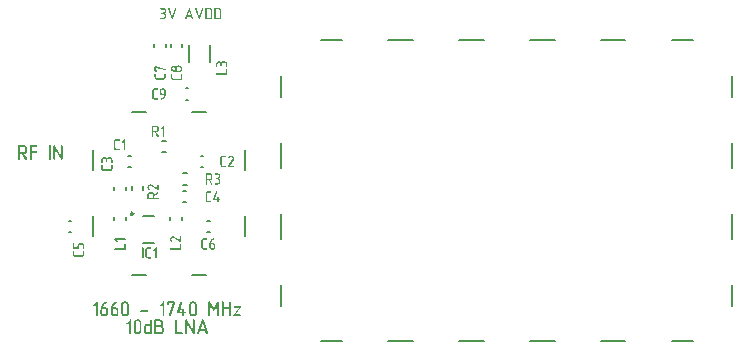
<source format=gto>
G04*
G04 #@! TF.GenerationSoftware,Altium Limited,Altium Designer,21.7.2 (23)*
G04*
G04 Layer_Color=65535*
%FSLAX43Y43*%
%MOMM*%
G71*
G04*
G04 #@! TF.SameCoordinates,EF449257-7E68-4E29-9D8B-EB38C799C825*
G04*
G04*
G04 #@! TF.FilePolarity,Positive*
G04*
G01*
G75*
%ADD10C,0.252*%
%ADD11C,0.150*%
%ADD12C,0.200*%
%ADD13C,0.152*%
G36*
X50830Y68637D02*
X50849Y68630D01*
X50860Y68622D01*
X50861Y68620D01*
X50863Y68619D01*
X50871Y68611D01*
X50878Y68602D01*
X50884Y68583D01*
X50886Y68576D01*
X50887Y68569D01*
Y68565D01*
Y68563D01*
Y67459D01*
X50886Y67446D01*
X50884Y67434D01*
X50876Y67415D01*
X50871Y67408D01*
X50867Y67402D01*
X50865Y67400D01*
X50863Y67398D01*
X50854Y67391D01*
X50845Y67387D01*
X50826Y67380D01*
X50819D01*
X50813Y67378D01*
X50808D01*
X50797Y67380D01*
X50786Y67382D01*
X50769Y67389D01*
X50761Y67393D01*
X50756Y67395D01*
X50754Y67398D01*
X50752D01*
X50745Y67408D01*
X50739Y67417D01*
X50732Y67435D01*
X50730Y67443D01*
X50728Y67450D01*
Y67454D01*
Y67456D01*
Y67991D01*
X50276D01*
Y67456D01*
X50275Y67443D01*
X50273Y67432D01*
X50265Y67413D01*
X50256Y67402D01*
X50254Y67400D01*
X50252Y67398D01*
X50243Y67391D01*
X50234Y67387D01*
X50217Y67380D01*
X50208D01*
X50202Y67378D01*
X50197D01*
X50186Y67380D01*
X50175Y67382D01*
X50156Y67389D01*
X50149Y67393D01*
X50143Y67395D01*
X50141Y67398D01*
X50139D01*
X50132Y67408D01*
X50126Y67417D01*
X50119Y67435D01*
X50117Y67443D01*
X50115Y67450D01*
Y67454D01*
Y67456D01*
Y68559D01*
X50117Y68572D01*
X50119Y68583D01*
X50126Y68602D01*
X50130Y68607D01*
X50134Y68613D01*
X50137Y68615D01*
Y68617D01*
X50147Y68624D01*
X50158Y68630D01*
X50176Y68637D01*
X50184D01*
X50191Y68639D01*
X50208D01*
X50219Y68635D01*
X50236Y68628D01*
X50243Y68624D01*
X50249Y68620D01*
X50250Y68619D01*
X50252Y68617D01*
X50260Y68609D01*
X50267Y68600D01*
X50273Y68580D01*
X50275Y68572D01*
X50276Y68565D01*
Y68561D01*
Y68559D01*
Y68146D01*
X50728D01*
Y68563D01*
X50730Y68574D01*
X50732Y68585D01*
X50739Y68604D01*
X50747Y68615D01*
X50750Y68617D01*
Y68619D01*
X50760Y68626D01*
X50769Y68632D01*
X50787Y68639D01*
X50797D01*
X50802Y68641D01*
X50819D01*
X50830Y68637D01*
D02*
G37*
G36*
X49825Y68641D02*
X49834Y68639D01*
X49850Y68630D01*
X49862Y68620D01*
X49863Y68619D01*
X49865Y68617D01*
X49873Y68607D01*
X49878Y68596D01*
X49886Y68576D01*
Y68567D01*
X49888Y68559D01*
Y68556D01*
Y68554D01*
Y67456D01*
X49886Y67443D01*
X49884Y67430D01*
X49876Y67411D01*
X49871Y67406D01*
X49867Y67400D01*
X49865Y67398D01*
X49863Y67396D01*
X49845Y67385D01*
X49826Y67380D01*
X49817D01*
X49812Y67378D01*
X49806D01*
X49795Y67380D01*
X49786Y67382D01*
X49767Y67389D01*
X49760Y67393D01*
X49754Y67395D01*
X49752Y67398D01*
X49750D01*
X49743Y67408D01*
X49738Y67417D01*
X49730Y67435D01*
X49728Y67443D01*
X49726Y67450D01*
Y67454D01*
Y67456D01*
Y68313D01*
X49512Y67926D01*
X49499Y67900D01*
X49488Y67882D01*
X49475Y67869D01*
X49463Y67859D01*
X49454Y67854D01*
X49447Y67852D01*
X49441Y67850D01*
X49439D01*
X49425Y67852D01*
X49412Y67858D01*
X49401Y67865D01*
X49389Y67874D01*
X49382Y67883D01*
X49376Y67891D01*
X49373Y67896D01*
X49371Y67898D01*
X49151Y68313D01*
Y67456D01*
X49149Y67443D01*
X49147Y67432D01*
X49139Y67413D01*
X49130Y67402D01*
X49128Y67400D01*
X49126Y67398D01*
X49117Y67391D01*
X49108Y67387D01*
X49091Y67380D01*
X49082D01*
X49076Y67378D01*
X49071D01*
X49060Y67380D01*
X49049Y67382D01*
X49030Y67389D01*
X49023Y67393D01*
X49017Y67395D01*
X49015Y67398D01*
X49014D01*
X49006Y67408D01*
X49001Y67417D01*
X48993Y67435D01*
X48991Y67443D01*
X48989Y67450D01*
Y67454D01*
Y67456D01*
Y68554D01*
X48991Y68567D01*
X48993Y68580D01*
X49001Y68600D01*
X49004Y68607D01*
X49008Y68613D01*
X49012Y68615D01*
Y68617D01*
X49021Y68626D01*
X49030Y68632D01*
X49047Y68639D01*
X49054Y68641D01*
X49060Y68643D01*
X49065D01*
X49082Y68641D01*
X49097Y68635D01*
X49110Y68628D01*
X49119Y68619D01*
X49128Y68609D01*
X49134Y68602D01*
X49138Y68596D01*
X49139Y68594D01*
X49439Y68078D01*
X49736Y68567D01*
X49749Y68593D01*
X49762Y68611D01*
X49775Y68624D01*
X49786Y68633D01*
X49797Y68639D01*
X49806Y68641D01*
X49812Y68643D01*
X49813D01*
X49825Y68641D01*
D02*
G37*
G36*
X43814Y67900D02*
X43825Y67898D01*
X43836Y67895D01*
X43844Y67891D01*
X43851Y67885D01*
X43855Y67882D01*
X43859Y67880D01*
Y67878D01*
X43866Y67869D01*
X43870Y67859D01*
X43877Y67843D01*
Y67835D01*
X43879Y67830D01*
Y67826D01*
Y67824D01*
Y67813D01*
X43875Y67804D01*
X43870Y67785D01*
X43866Y67778D01*
X43862Y67772D01*
X43860Y67771D01*
X43859Y67769D01*
X43849Y67761D01*
X43840Y67756D01*
X43821Y67748D01*
X43812Y67746D01*
X43805Y67745D01*
X43310D01*
X43297Y67746D01*
X43286Y67748D01*
X43268Y67756D01*
X43260Y67759D01*
X43255Y67763D01*
X43253Y67767D01*
X43251D01*
X43244Y67776D01*
X43238Y67785D01*
X43233Y67804D01*
X43231Y67813D01*
X43229Y67819D01*
Y67822D01*
Y67824D01*
X43231Y67835D01*
X43233Y67846D01*
X43240Y67863D01*
X43246Y67874D01*
X43249Y67876D01*
Y67878D01*
X43259Y67885D01*
X43268Y67893D01*
X43288Y67898D01*
X43297Y67900D01*
X43305Y67902D01*
X43799D01*
X43814Y67900D01*
D02*
G37*
G36*
X51717Y68267D02*
X51737Y68259D01*
X51754Y68248D01*
X51763Y68237D01*
X51771Y68224D01*
X51772Y68215D01*
X51774Y68207D01*
Y68204D01*
Y68195D01*
X51771Y68183D01*
X51765Y68165D01*
X51761Y68156D01*
X51758Y68148D01*
X51756Y68145D01*
X51754Y68143D01*
X51332Y67533D01*
X51702D01*
X51713Y67530D01*
X51724Y67526D01*
X51732Y67522D01*
X51739Y67519D01*
X51743Y67515D01*
X51747Y67513D01*
Y67511D01*
X51754Y67502D01*
X51758Y67493D01*
X51765Y67476D01*
Y67467D01*
X51767Y67461D01*
Y67458D01*
Y67456D01*
Y67445D01*
X51763Y67435D01*
X51758Y67419D01*
X51750Y67406D01*
X51748Y67404D01*
X51747Y67402D01*
X51737Y67395D01*
X51728Y67389D01*
X51710Y67382D01*
X51700Y67380D01*
X51693Y67378D01*
X51184D01*
X51169Y67382D01*
X51147Y67389D01*
X51132Y67398D01*
X51121Y67411D01*
X51115Y67424D01*
X51111Y67434D01*
X51110Y67441D01*
Y67445D01*
X51111Y67454D01*
X51113Y67465D01*
X51121Y67483D01*
X51124Y67491D01*
X51128Y67496D01*
X51132Y67500D01*
Y67502D01*
X51556Y68111D01*
X51198D01*
X51186Y68113D01*
X51174Y68115D01*
X51156Y68124D01*
X51148Y68128D01*
X51143Y68132D01*
X51141Y68133D01*
X51139Y68135D01*
X51132Y68145D01*
X51126Y68154D01*
X51121Y68172D01*
X51119Y68180D01*
X51117Y68185D01*
Y68189D01*
Y68191D01*
X51119Y68202D01*
X51121Y68213D01*
X51128Y68230D01*
X51134Y68241D01*
X51137Y68243D01*
Y68245D01*
X51147Y68252D01*
X51156Y68259D01*
X51176Y68265D01*
X51186Y68267D01*
X51193Y68269D01*
X51702D01*
X51717Y68267D01*
D02*
G37*
G36*
X47767Y68635D02*
X47808Y68626D01*
X47841Y68611D01*
X47871Y68596D01*
X47895Y68582D01*
X47914Y68567D01*
X47925Y68557D01*
X47928Y68556D01*
Y68554D01*
X47943Y68537D01*
X47956Y68520D01*
X47977Y68487D01*
X47991Y68452D01*
X48001Y68420D01*
X48008Y68393D01*
X48010Y68380D01*
Y68370D01*
X48012Y68361D01*
Y68356D01*
Y68352D01*
Y68350D01*
Y67665D01*
Y67643D01*
X48008Y67622D01*
X47999Y67582D01*
X47986Y67546D01*
X47971Y67517D01*
X47954Y67493D01*
X47941Y67474D01*
X47932Y67463D01*
X47930Y67461D01*
X47928Y67459D01*
X47912Y67445D01*
X47895Y67434D01*
X47862Y67413D01*
X47827Y67398D01*
X47795Y67389D01*
X47767Y67382D01*
X47754Y67380D01*
X47745D01*
X47736Y67378D01*
X47651D01*
X47628Y67380D01*
X47608Y67382D01*
X47567Y67393D01*
X47532Y67408D01*
X47501Y67426D01*
X47477Y67443D01*
X47458Y67458D01*
X47451Y67463D01*
X47445Y67469D01*
X47443Y67471D01*
X47441Y67472D01*
X47427Y67485D01*
X47416Y67500D01*
X47395Y67532D01*
X47382Y67565D01*
X47371Y67595D01*
X47366Y67622D01*
X47364Y67645D01*
X47362Y67654D01*
Y67659D01*
Y67663D01*
Y67665D01*
Y68350D01*
X47364Y68372D01*
X47366Y68393D01*
X47375Y68432D01*
X47390Y68467D01*
X47404Y68496D01*
X47419Y68519D01*
X47434Y68537D01*
X47443Y68548D01*
X47447Y68552D01*
X47464Y68567D01*
X47480Y68582D01*
X47516Y68602D01*
X47549Y68619D01*
X47580Y68628D01*
X47608Y68635D01*
X47621Y68637D01*
X47630D01*
X47640Y68639D01*
X47747D01*
X47767Y68635D01*
D02*
G37*
G36*
X46706D02*
X46723Y68628D01*
X46730Y68624D01*
X46736Y68620D01*
X46738Y68619D01*
X46740Y68617D01*
X46749Y68607D01*
X46755Y68598D01*
X46762Y68582D01*
X46764Y68572D01*
X46766Y68567D01*
Y68563D01*
Y68561D01*
Y68552D01*
X46764Y68545D01*
X46762Y68539D01*
Y68537D01*
X46542Y67780D01*
X46792D01*
Y67948D01*
X46793Y67959D01*
X46795Y67970D01*
X46803Y67989D01*
X46810Y68000D01*
X46814Y68002D01*
Y68004D01*
X46823Y68011D01*
X46832Y68017D01*
X46851Y68024D01*
X46858D01*
X46866Y68026D01*
X46882D01*
X46892Y68022D01*
X46910Y68015D01*
X46921Y68008D01*
X46923Y68006D01*
X46925Y68004D01*
X46932Y67996D01*
X46940Y67987D01*
X46945Y67969D01*
X46947Y67961D01*
X46949Y67954D01*
Y67950D01*
Y67948D01*
Y67780D01*
X47053D01*
X47066Y67778D01*
X47079Y67776D01*
X47097Y67769D01*
X47103Y67763D01*
X47108Y67759D01*
X47112Y67758D01*
Y67756D01*
X47119Y67746D01*
X47123Y67737D01*
X47130Y67721D01*
Y67713D01*
X47132Y67708D01*
Y67704D01*
Y67702D01*
Y67691D01*
X47129Y67680D01*
X47123Y67663D01*
X47119Y67656D01*
X47116Y67650D01*
X47114Y67648D01*
X47112Y67646D01*
X47103Y67639D01*
X47093Y67633D01*
X47075Y67626D01*
X47066Y67624D01*
X47058Y67622D01*
X46949D01*
Y67456D01*
Y67443D01*
X46945Y67432D01*
X46938Y67413D01*
X46930Y67402D01*
X46929Y67400D01*
X46927Y67398D01*
X46917Y67391D01*
X46908Y67387D01*
X46892Y67380D01*
X46882D01*
X46877Y67378D01*
X46871D01*
X46860Y67380D01*
X46849Y67382D01*
X46830Y67389D01*
X46823Y67393D01*
X46817Y67395D01*
X46816Y67398D01*
X46814D01*
X46806Y67408D01*
X46801Y67417D01*
X46795Y67435D01*
X46793Y67443D01*
X46792Y67450D01*
Y67454D01*
Y67456D01*
Y67622D01*
X46427D01*
X46414Y67626D01*
X46393Y67633D01*
X46379Y67645D01*
X46369Y67658D01*
X46362Y67669D01*
X46360Y67680D01*
X46358Y67687D01*
Y67691D01*
X46360Y67704D01*
Y67708D01*
Y67709D01*
X46362Y67717D01*
X46364Y67721D01*
X46366Y67724D01*
X46608Y68580D01*
X46617Y68598D01*
X46627Y68611D01*
X46634Y68620D01*
X46638Y68622D01*
X46655Y68632D01*
X46669Y68637D01*
X46680Y68639D01*
X46695D01*
X46706Y68635D01*
D02*
G37*
G36*
X46082D02*
X46101Y68628D01*
X46116Y68619D01*
X46127Y68606D01*
X46132Y68593D01*
X46134Y68583D01*
X46136Y68576D01*
Y68572D01*
Y68561D01*
X46134Y68557D01*
Y68556D01*
Y68550D01*
Y68545D01*
X46132Y68539D01*
Y68537D01*
X45825Y67435D01*
X45818Y67417D01*
X45806Y67402D01*
X45795Y67393D01*
X45782Y67385D01*
X45771Y67382D01*
X45760Y67380D01*
X45753Y67378D01*
X45751D01*
X45738Y67380D01*
X45727Y67382D01*
X45708Y67389D01*
X45701Y67393D01*
X45695Y67395D01*
X45694Y67398D01*
X45692D01*
X45684Y67406D01*
X45679Y67415D01*
X45673Y67434D01*
X45671Y67441D01*
X45669Y67448D01*
Y67452D01*
Y67454D01*
Y67465D01*
X45671Y67472D01*
X45673Y67476D01*
Y67478D01*
X45956Y68480D01*
X45645D01*
Y68437D01*
X45644Y68424D01*
X45642Y68411D01*
X45634Y68393D01*
X45629Y68387D01*
X45625Y68382D01*
X45623Y68380D01*
X45621Y68378D01*
X45612Y68370D01*
X45603Y68367D01*
X45586Y68359D01*
X45577D01*
X45571Y68357D01*
X45566D01*
X45555Y68359D01*
X45544Y68361D01*
X45525Y68369D01*
X45518Y68372D01*
X45512Y68374D01*
X45510Y68378D01*
X45508D01*
X45501Y68387D01*
X45495Y68396D01*
X45488Y68417D01*
X45486Y68424D01*
X45484Y68432D01*
Y68435D01*
Y68437D01*
Y68559D01*
X45486Y68574D01*
X45488Y68585D01*
X45497Y68606D01*
X45510Y68620D01*
X45525Y68630D01*
X45540Y68635D01*
X45553Y68637D01*
X45562Y68639D01*
X46069D01*
X46082Y68635D01*
D02*
G37*
G36*
X45205Y68643D02*
X45214Y68641D01*
X45229Y68633D01*
X45238Y68624D01*
X45242Y68622D01*
Y68620D01*
X45249Y68611D01*
X45253Y68602D01*
X45260Y68582D01*
Y68572D01*
X45262Y68567D01*
Y68561D01*
Y68559D01*
Y67456D01*
X45260Y67443D01*
X45258Y67432D01*
X45251Y67413D01*
X45242Y67402D01*
X45240Y67400D01*
X45238Y67398D01*
X45229Y67391D01*
X45219Y67387D01*
X45203Y67380D01*
X45194D01*
X45188Y67378D01*
X45182D01*
X45171Y67380D01*
X45160Y67382D01*
X45144Y67389D01*
X45136Y67393D01*
X45131Y67395D01*
X45129Y67398D01*
X45127D01*
X45119Y67408D01*
X45114Y67417D01*
X45107Y67435D01*
X45105Y67443D01*
X45103Y67450D01*
Y67454D01*
Y67456D01*
Y68393D01*
X44997Y68282D01*
X44986Y68265D01*
X44975Y68254D01*
X44966Y68245D01*
X44957Y68239D01*
X44949Y68235D01*
X44944Y68233D01*
X44938D01*
X44927Y68235D01*
X44916Y68237D01*
X44897Y68246D01*
X44890Y68250D01*
X44884Y68254D01*
X44882Y68256D01*
X44881Y68257D01*
X44873Y68267D01*
X44868Y68276D01*
X44860Y68295D01*
X44858Y68304D01*
X44857Y68309D01*
Y68313D01*
Y68315D01*
X44858Y68326D01*
X44860Y68335D01*
X44870Y68354D01*
X44875Y68361D01*
X44879Y68367D01*
X44881Y68369D01*
X44882Y68370D01*
X45125Y68613D01*
X45138Y68624D01*
X45149Y68632D01*
X45162Y68637D01*
X45171Y68641D01*
X45181Y68643D01*
X45188Y68644D01*
X45194D01*
X45205Y68643D01*
D02*
G37*
G36*
X42007Y68635D02*
X42048Y68626D01*
X42081Y68611D01*
X42111Y68596D01*
X42135Y68582D01*
X42153Y68567D01*
X42164Y68557D01*
X42168Y68556D01*
Y68554D01*
X42183Y68537D01*
X42196Y68520D01*
X42216Y68487D01*
X42231Y68452D01*
X42240Y68420D01*
X42248Y68393D01*
X42249Y68380D01*
Y68370D01*
X42251Y68361D01*
Y68356D01*
Y68352D01*
Y68350D01*
Y67665D01*
Y67643D01*
X42248Y67622D01*
X42238Y67582D01*
X42225Y67546D01*
X42211Y67517D01*
X42194Y67493D01*
X42181Y67474D01*
X42172Y67463D01*
X42170Y67461D01*
X42168Y67459D01*
X42151Y67445D01*
X42135Y67434D01*
X42101Y67413D01*
X42066Y67398D01*
X42035Y67389D01*
X42007Y67382D01*
X41994Y67380D01*
X41985D01*
X41975Y67378D01*
X41890D01*
X41868Y67380D01*
X41848Y67382D01*
X41807Y67393D01*
X41772Y67408D01*
X41740Y67426D01*
X41716Y67443D01*
X41698Y67458D01*
X41690Y67463D01*
X41685Y67469D01*
X41683Y67471D01*
X41681Y67472D01*
X41666Y67485D01*
X41655Y67500D01*
X41635Y67532D01*
X41622Y67565D01*
X41611Y67595D01*
X41605Y67622D01*
X41603Y67645D01*
X41601Y67654D01*
Y67659D01*
Y67663D01*
Y67665D01*
Y68350D01*
X41603Y68372D01*
X41605Y68393D01*
X41614Y68432D01*
X41629Y68467D01*
X41644Y68496D01*
X41659Y68519D01*
X41674Y68537D01*
X41683Y68548D01*
X41687Y68552D01*
X41703Y68567D01*
X41720Y68582D01*
X41755Y68602D01*
X41788Y68619D01*
X41820Y68628D01*
X41848Y68635D01*
X41861Y68637D01*
X41870D01*
X41879Y68639D01*
X41986D01*
X42007Y68635D01*
D02*
G37*
G36*
X41188Y68637D02*
X41200Y68635D01*
X41218Y68626D01*
X41229Y68617D01*
X41231Y68615D01*
X41233Y68613D01*
X41240Y68604D01*
X41246Y68594D01*
X41253Y68578D01*
Y68570D01*
X41255Y68565D01*
Y68561D01*
Y68559D01*
X41253Y68543D01*
X41248Y68526D01*
X41238Y68515D01*
X41229Y68504D01*
X41218Y68496D01*
X41211Y68489D01*
X41203Y68487D01*
X41201Y68485D01*
X41168Y68470D01*
X41138Y68452D01*
X41111Y68433D01*
X41085Y68413D01*
X41062Y68393D01*
X41040Y68372D01*
X41022Y68352D01*
X41005Y68332D01*
X40990Y68311D01*
X40977Y68293D01*
X40966Y68276D01*
X40957Y68263D01*
X40951Y68250D01*
X40946Y68241D01*
X40944Y68235D01*
X40942Y68233D01*
X40935Y68213D01*
X40929Y68196D01*
X40924Y68182D01*
X40920Y68169D01*
X40916Y68159D01*
X40913Y68152D01*
X40911Y68148D01*
Y68146D01*
X41112D01*
X41153Y68143D01*
X41188Y68135D01*
X41220Y68122D01*
X41248Y68109D01*
X41270Y68096D01*
X41287Y68083D01*
X41296Y68076D01*
X41300Y68072D01*
X41325Y68043D01*
X41344Y68011D01*
X41357Y67980D01*
X41366Y67950D01*
X41372Y67924D01*
X41374Y67904D01*
X41375Y67896D01*
Y67891D01*
Y67887D01*
Y67885D01*
Y67641D01*
X41372Y67600D01*
X41364Y67565D01*
X41351Y67532D01*
X41338Y67506D01*
X41324Y67482D01*
X41311Y67467D01*
X41303Y67456D01*
X41300Y67452D01*
X41270Y67428D01*
X41238Y67409D01*
X41207Y67396D01*
X41177Y67387D01*
X41151Y67382D01*
X41131Y67380D01*
X41124Y67378D01*
X40990D01*
X40970Y67380D01*
X40951Y67382D01*
X40914Y67391D01*
X40881Y67406D01*
X40853Y67421D01*
X40829Y67435D01*
X40813Y67450D01*
X40801Y67459D01*
X40800Y67463D01*
X40798D01*
X40774Y67489D01*
X40755Y67519D01*
X40744Y67548D01*
X40735Y67578D01*
X40729Y67602D01*
X40727Y67622D01*
X40725Y67630D01*
Y67635D01*
Y67639D01*
Y67641D01*
Y67948D01*
X40729Y68013D01*
X40737Y68076D01*
X40748Y68132D01*
X40753Y68159D01*
X40761Y68183D01*
X40766Y68204D01*
X40772Y68224D01*
X40777Y68241D01*
X40783Y68256D01*
X40788Y68269D01*
X40790Y68276D01*
X40794Y68282D01*
Y68283D01*
X40814Y68326D01*
X40837Y68365D01*
X40861Y68400D01*
X40883Y68432D01*
X40903Y68456D01*
X40920Y68474D01*
X40925Y68482D01*
X40931Y68487D01*
X40933Y68489D01*
X40935Y68491D01*
X40970Y68522D01*
X41003Y68550D01*
X41037Y68572D01*
X41068Y68591D01*
X41094Y68606D01*
X41114Y68617D01*
X41122Y68620D01*
X41127Y68622D01*
X41131Y68624D01*
X41133D01*
X41151Y68633D01*
X41166Y68637D01*
X41174Y68639D01*
X41177D01*
X41188Y68637D01*
D02*
G37*
G36*
X40313D02*
X40324Y68635D01*
X40342Y68626D01*
X40353Y68617D01*
X40355Y68615D01*
X40357Y68613D01*
X40364Y68604D01*
X40370Y68594D01*
X40377Y68578D01*
Y68570D01*
X40379Y68565D01*
Y68561D01*
Y68559D01*
X40377Y68543D01*
X40372Y68526D01*
X40363Y68515D01*
X40353Y68504D01*
X40342Y68496D01*
X40335Y68489D01*
X40327Y68487D01*
X40326Y68485D01*
X40292Y68470D01*
X40263Y68452D01*
X40235Y68433D01*
X40209Y68413D01*
X40187Y68393D01*
X40164Y68372D01*
X40146Y68352D01*
X40129Y68332D01*
X40114Y68311D01*
X40101Y68293D01*
X40090Y68276D01*
X40081Y68263D01*
X40076Y68250D01*
X40070Y68241D01*
X40068Y68235D01*
X40066Y68233D01*
X40059Y68213D01*
X40053Y68196D01*
X40048Y68182D01*
X40044Y68169D01*
X40040Y68159D01*
X40037Y68152D01*
X40035Y68148D01*
Y68146D01*
X40237D01*
X40277Y68143D01*
X40313Y68135D01*
X40344Y68122D01*
X40372Y68109D01*
X40394Y68096D01*
X40411Y68083D01*
X40420Y68076D01*
X40424Y68072D01*
X40450Y68043D01*
X40468Y68011D01*
X40481Y67980D01*
X40490Y67950D01*
X40496Y67924D01*
X40498Y67904D01*
X40500Y67896D01*
Y67891D01*
Y67887D01*
Y67885D01*
Y67641D01*
X40496Y67600D01*
X40488Y67565D01*
X40476Y67532D01*
X40463Y67506D01*
X40448Y67482D01*
X40435Y67467D01*
X40427Y67456D01*
X40424Y67452D01*
X40394Y67428D01*
X40363Y67409D01*
X40331Y67396D01*
X40301Y67387D01*
X40276Y67382D01*
X40255Y67380D01*
X40248Y67378D01*
X40114D01*
X40094Y67380D01*
X40076Y67382D01*
X40039Y67391D01*
X40005Y67406D01*
X39977Y67421D01*
X39953Y67435D01*
X39937Y67450D01*
X39926Y67459D01*
X39924Y67463D01*
X39922D01*
X39898Y67489D01*
X39879Y67519D01*
X39868Y67548D01*
X39859Y67578D01*
X39853Y67602D01*
X39852Y67622D01*
X39850Y67630D01*
Y67635D01*
Y67639D01*
Y67641D01*
Y67948D01*
X39853Y68013D01*
X39861Y68076D01*
X39872Y68132D01*
X39877Y68159D01*
X39885Y68183D01*
X39890Y68204D01*
X39896Y68224D01*
X39902Y68241D01*
X39907Y68256D01*
X39913Y68269D01*
X39914Y68276D01*
X39918Y68282D01*
Y68283D01*
X39939Y68326D01*
X39961Y68365D01*
X39985Y68400D01*
X40007Y68432D01*
X40027Y68456D01*
X40044Y68474D01*
X40050Y68482D01*
X40055Y68487D01*
X40057Y68489D01*
X40059Y68491D01*
X40094Y68522D01*
X40127Y68550D01*
X40161Y68572D01*
X40192Y68591D01*
X40218Y68606D01*
X40239Y68617D01*
X40246Y68620D01*
X40251Y68622D01*
X40255Y68624D01*
X40257D01*
X40276Y68633D01*
X40290Y68637D01*
X40298Y68639D01*
X40301D01*
X40313Y68637D01*
D02*
G37*
G36*
X39570Y68643D02*
X39579Y68641D01*
X39594Y68633D01*
X39603Y68624D01*
X39607Y68622D01*
Y68620D01*
X39614Y68611D01*
X39618Y68602D01*
X39626Y68582D01*
Y68572D01*
X39627Y68567D01*
Y68561D01*
Y68559D01*
Y67456D01*
X39626Y67443D01*
X39624Y67432D01*
X39616Y67413D01*
X39607Y67402D01*
X39605Y67400D01*
X39603Y67398D01*
X39594Y67391D01*
X39585Y67387D01*
X39568Y67380D01*
X39559D01*
X39553Y67378D01*
X39548D01*
X39537Y67380D01*
X39526Y67382D01*
X39509Y67389D01*
X39502Y67393D01*
X39496Y67395D01*
X39494Y67398D01*
X39492D01*
X39485Y67408D01*
X39479Y67417D01*
X39472Y67435D01*
X39470Y67443D01*
X39468Y67450D01*
Y67454D01*
Y67456D01*
Y68393D01*
X39363Y68282D01*
X39352Y68265D01*
X39340Y68254D01*
X39331Y68245D01*
X39322Y68239D01*
X39315Y68235D01*
X39309Y68233D01*
X39303D01*
X39292Y68235D01*
X39281Y68237D01*
X39263Y68246D01*
X39255Y68250D01*
X39250Y68254D01*
X39248Y68256D01*
X39246Y68257D01*
X39239Y68267D01*
X39233Y68276D01*
X39226Y68295D01*
X39224Y68304D01*
X39222Y68309D01*
Y68313D01*
Y68315D01*
X39224Y68326D01*
X39226Y68335D01*
X39235Y68354D01*
X39240Y68361D01*
X39244Y68367D01*
X39246Y68369D01*
X39248Y68370D01*
X39490Y68613D01*
X39503Y68624D01*
X39515Y68632D01*
X39527Y68637D01*
X39537Y68641D01*
X39546Y68643D01*
X39553Y68644D01*
X39559D01*
X39570Y68643D01*
D02*
G37*
G36*
X47764Y67113D02*
X47780Y67105D01*
X47788Y67102D01*
X47793Y67098D01*
X47795Y67096D01*
X47797Y67094D01*
X47804Y67087D01*
X47812Y67078D01*
X47817Y67057D01*
X47819Y67050D01*
X47821Y67042D01*
Y67039D01*
Y67037D01*
Y65941D01*
Y65928D01*
X47817Y65915D01*
X47810Y65896D01*
X47806Y65889D01*
X47803Y65883D01*
X47801Y65881D01*
X47799Y65880D01*
X47790Y65872D01*
X47780Y65867D01*
X47764Y65859D01*
X47756Y65857D01*
X47751Y65856D01*
X47745D01*
X47728Y65857D01*
X47714Y65865D01*
X47701Y65872D01*
X47690Y65883D01*
X47680Y65893D01*
X47675Y65902D01*
X47671Y65907D01*
X47669Y65909D01*
X47210Y66774D01*
Y65933D01*
X47208Y65920D01*
X47206Y65909D01*
X47199Y65891D01*
X47190Y65880D01*
X47188Y65878D01*
X47186Y65876D01*
X47177Y65868D01*
X47167Y65865D01*
X47151Y65857D01*
X47141D01*
X47136Y65856D01*
X47130D01*
X47119Y65857D01*
X47108Y65859D01*
X47090Y65867D01*
X47082Y65870D01*
X47077Y65872D01*
X47075Y65876D01*
X47073D01*
X47066Y65885D01*
X47060Y65894D01*
X47053Y65913D01*
X47051Y65920D01*
X47049Y65928D01*
Y65931D01*
Y65933D01*
Y67031D01*
X47051Y67044D01*
X47053Y67057D01*
X47060Y67076D01*
X47064Y67083D01*
X47067Y67089D01*
X47071Y67091D01*
Y67092D01*
X47080Y67100D01*
X47090Y67107D01*
X47106Y67113D01*
X47114Y67115D01*
X47119Y67117D01*
X47125D01*
X47141Y67115D01*
X47156Y67109D01*
X47169Y67102D01*
X47179Y67094D01*
X47188Y67087D01*
X47193Y67079D01*
X47195Y67074D01*
X47197Y67072D01*
X47660Y66196D01*
Y67037D01*
X47662Y67050D01*
X47664Y67061D01*
X47671Y67079D01*
X47675Y67085D01*
X47678Y67091D01*
X47682Y67092D01*
Y67094D01*
X47691Y67102D01*
X47703Y67107D01*
X47721Y67115D01*
X47728D01*
X47736Y67117D01*
X47753D01*
X47764Y67113D01*
D02*
G37*
G36*
X48527Y67122D02*
X48543Y67115D01*
X48554Y67104D01*
X48565Y67092D01*
X48573Y67079D01*
X48578Y67068D01*
X48582Y67061D01*
Y67057D01*
X48952Y65957D01*
X48954Y65946D01*
X48956Y65939D01*
Y65933D01*
Y65931D01*
X48954Y65920D01*
X48952Y65909D01*
X48943Y65891D01*
X48934Y65880D01*
X48932Y65878D01*
X48930Y65876D01*
X48921Y65868D01*
X48910Y65865D01*
X48893Y65857D01*
X48886D01*
X48880Y65856D01*
X48875D01*
X48865Y65857D01*
X48854Y65859D01*
X48845Y65861D01*
X48841D01*
X48830Y65867D01*
X48821Y65874D01*
X48814Y65883D01*
X48808Y65891D01*
X48804Y65898D01*
X48801Y65904D01*
X48799Y65907D01*
Y65909D01*
X48715Y66163D01*
X48299D01*
X48215Y65915D01*
X48208Y65894D01*
X48197Y65881D01*
X48184Y65870D01*
X48171Y65863D01*
X48160Y65859D01*
X48149Y65857D01*
X48141Y65856D01*
X48140D01*
X48128Y65857D01*
X48119Y65859D01*
X48101Y65867D01*
X48093Y65870D01*
X48088Y65872D01*
X48086Y65876D01*
X48084D01*
X48075Y65885D01*
X48069Y65894D01*
X48062Y65913D01*
X48060Y65920D01*
X48058Y65926D01*
Y65930D01*
Y65931D01*
X48060Y65943D01*
X48062Y65952D01*
X48064Y65959D01*
X48065Y65961D01*
X48432Y67061D01*
X48443Y67083D01*
X48454Y67098D01*
X48467Y67109D01*
X48478Y67118D01*
X48490Y67122D01*
X48499Y67124D01*
X48506Y67126D01*
X48508D01*
X48527Y67122D01*
D02*
G37*
G36*
X46277Y67113D02*
X46293Y67105D01*
X46301Y67102D01*
X46306Y67098D01*
X46308Y67096D01*
X46310Y67094D01*
X46318Y67087D01*
X46325Y67078D01*
X46330Y67057D01*
X46332Y67050D01*
X46334Y67042D01*
Y67039D01*
Y67037D01*
Y66011D01*
X46758D01*
X46769Y66007D01*
X46780Y66004D01*
X46788Y66000D01*
X46795Y65996D01*
X46799Y65993D01*
X46803Y65991D01*
Y65989D01*
X46810Y65980D01*
X46814Y65970D01*
X46821Y65954D01*
Y65944D01*
X46823Y65939D01*
Y65935D01*
Y65933D01*
Y65922D01*
X46819Y65913D01*
X46814Y65896D01*
X46806Y65883D01*
X46805Y65881D01*
X46803Y65880D01*
X46793Y65872D01*
X46784Y65867D01*
X46766Y65859D01*
X46756Y65857D01*
X46749Y65856D01*
X46255D01*
X46240Y65857D01*
X46229Y65859D01*
X46208Y65868D01*
X46193Y65880D01*
X46184Y65894D01*
X46177Y65909D01*
X46175Y65920D01*
X46173Y65930D01*
Y65933D01*
Y67037D01*
X46175Y67050D01*
X46177Y67061D01*
X46184Y67079D01*
X46188Y67085D01*
X46192Y67091D01*
X46195Y67092D01*
Y67094D01*
X46205Y67102D01*
X46216Y67107D01*
X46234Y67115D01*
X46242D01*
X46249Y67117D01*
X46266D01*
X46277Y67113D01*
D02*
G37*
G36*
X44908D02*
X44944Y67105D01*
X44973Y67094D01*
X44997Y67081D01*
X45018Y67068D01*
X45032Y67057D01*
X45040Y67050D01*
X45044Y67046D01*
X45058Y67029D01*
X45073Y67015D01*
X45094Y66981D01*
X45110Y66948D01*
X45119Y66918D01*
X45127Y66892D01*
X45129Y66872D01*
X45131Y66865D01*
Y66859D01*
Y66855D01*
Y66854D01*
Y66729D01*
X45129Y66694D01*
X45121Y66665D01*
X45114Y66637D01*
X45103Y66617D01*
X45094Y66598D01*
X45084Y66587D01*
X45077Y66578D01*
X45075Y66576D01*
X45094Y66565D01*
X45110Y66554D01*
X45125Y66539D01*
X45136Y66526D01*
X45145Y66513D01*
X45153Y66502D01*
X45157Y66494D01*
X45158Y66492D01*
X45169Y66470D01*
X45177Y66448D01*
X45184Y66426D01*
X45188Y66405D01*
X45190Y66389D01*
X45192Y66374D01*
Y66367D01*
Y66363D01*
Y66118D01*
X45188Y66078D01*
X45181Y66043D01*
X45168Y66009D01*
X45155Y65983D01*
X45140Y65959D01*
X45127Y65944D01*
X45119Y65933D01*
X45116Y65930D01*
X45086Y65906D01*
X45055Y65887D01*
X45023Y65874D01*
X44995Y65865D01*
X44970Y65859D01*
X44949Y65857D01*
X44942Y65856D01*
X44501D01*
X44486Y65857D01*
X44475Y65859D01*
X44455Y65868D01*
X44440Y65880D01*
X44431Y65894D01*
X44423Y65909D01*
X44421Y65920D01*
X44420Y65930D01*
Y65933D01*
Y67037D01*
X44421Y67052D01*
X44423Y67063D01*
X44433Y67083D01*
X44445Y67098D01*
X44460Y67107D01*
X44475Y67113D01*
X44488Y67115D01*
X44497Y67117D01*
X44870D01*
X44908Y67113D01*
D02*
G37*
G36*
X44136D02*
X44155Y67105D01*
X44166Y67098D01*
X44168Y67096D01*
X44170Y67094D01*
X44177Y67087D01*
X44184Y67078D01*
X44190Y67057D01*
X44192Y67050D01*
X44194Y67042D01*
Y67039D01*
Y67037D01*
Y65933D01*
Y65920D01*
X44190Y65907D01*
X44181Y65889D01*
X44168Y65874D01*
X44155Y65865D01*
X44140Y65859D01*
X44127Y65857D01*
X44118Y65856D01*
X43809D01*
X43788Y65857D01*
X43770Y65859D01*
X43733Y65868D01*
X43699Y65883D01*
X43671Y65898D01*
X43647Y65913D01*
X43631Y65928D01*
X43620Y65937D01*
X43618Y65941D01*
X43616D01*
X43592Y65967D01*
X43573Y65996D01*
X43562Y66026D01*
X43553Y66055D01*
X43547Y66080D01*
X43546Y66100D01*
X43544Y66107D01*
Y66113D01*
Y66117D01*
Y66118D01*
Y66487D01*
X43547Y66526D01*
X43555Y66559D01*
X43568Y66591D01*
X43583Y66617D01*
X43596Y66639D01*
X43609Y66655D01*
X43616Y66665D01*
X43620Y66668D01*
X43649Y66694D01*
X43683Y66713D01*
X43714Y66728D01*
X43744Y66737D01*
X43770Y66742D01*
X43790Y66744D01*
X43797Y66746D01*
X44036D01*
Y67037D01*
X44038Y67050D01*
X44040Y67061D01*
X44047Y67079D01*
X44051Y67085D01*
X44055Y67091D01*
X44058Y67092D01*
Y67094D01*
X44068Y67102D01*
X44077Y67107D01*
X44096Y67115D01*
X44103D01*
X44108Y67117D01*
X44125D01*
X44136Y67113D01*
D02*
G37*
G36*
X43073D02*
X43114Y67104D01*
X43147Y67089D01*
X43177Y67074D01*
X43201Y67059D01*
X43220Y67044D01*
X43231Y67035D01*
X43235Y67033D01*
Y67031D01*
X43249Y67015D01*
X43262Y66998D01*
X43283Y66965D01*
X43297Y66929D01*
X43307Y66898D01*
X43314Y66870D01*
X43316Y66857D01*
Y66848D01*
X43318Y66839D01*
Y66833D01*
Y66829D01*
Y66828D01*
Y66143D01*
Y66120D01*
X43314Y66100D01*
X43305Y66059D01*
X43292Y66024D01*
X43277Y65994D01*
X43260Y65970D01*
X43247Y65952D01*
X43238Y65941D01*
X43236Y65939D01*
X43235Y65937D01*
X43218Y65922D01*
X43201Y65911D01*
X43168Y65891D01*
X43133Y65876D01*
X43101Y65867D01*
X43073Y65859D01*
X43060Y65857D01*
X43051D01*
X43042Y65856D01*
X42957D01*
X42935Y65857D01*
X42914Y65859D01*
X42873Y65870D01*
X42838Y65885D01*
X42807Y65904D01*
X42783Y65920D01*
X42764Y65935D01*
X42757Y65941D01*
X42751Y65946D01*
X42749Y65948D01*
X42748Y65950D01*
X42733Y65963D01*
X42722Y65978D01*
X42701Y66009D01*
X42688Y66043D01*
X42677Y66072D01*
X42672Y66100D01*
X42670Y66122D01*
X42668Y66131D01*
Y66137D01*
Y66141D01*
Y66143D01*
Y66828D01*
X42670Y66850D01*
X42672Y66870D01*
X42681Y66909D01*
X42696Y66944D01*
X42710Y66974D01*
X42725Y66996D01*
X42740Y67015D01*
X42749Y67026D01*
X42753Y67029D01*
X42770Y67044D01*
X42786Y67059D01*
X42822Y67079D01*
X42855Y67096D01*
X42886Y67105D01*
X42914Y67113D01*
X42927Y67115D01*
X42936D01*
X42946Y67117D01*
X43053D01*
X43073Y67113D01*
D02*
G37*
G36*
X42388Y67120D02*
X42398Y67118D01*
X42412Y67111D01*
X42422Y67102D01*
X42425Y67100D01*
Y67098D01*
X42433Y67089D01*
X42436Y67079D01*
X42444Y67059D01*
Y67050D01*
X42446Y67044D01*
Y67039D01*
Y67037D01*
Y65933D01*
X42444Y65920D01*
X42442Y65909D01*
X42435Y65891D01*
X42425Y65880D01*
X42423Y65878D01*
X42422Y65876D01*
X42412Y65868D01*
X42403Y65865D01*
X42386Y65857D01*
X42377D01*
X42372Y65856D01*
X42366D01*
X42355Y65857D01*
X42344Y65859D01*
X42327Y65867D01*
X42320Y65870D01*
X42314Y65872D01*
X42312Y65876D01*
X42311D01*
X42303Y65885D01*
X42298Y65894D01*
X42290Y65913D01*
X42288Y65920D01*
X42286Y65928D01*
Y65931D01*
Y65933D01*
Y66870D01*
X42181Y66759D01*
X42170Y66742D01*
X42159Y66731D01*
X42149Y66722D01*
X42140Y66717D01*
X42133Y66713D01*
X42127Y66711D01*
X42122D01*
X42111Y66713D01*
X42099Y66715D01*
X42081Y66724D01*
X42074Y66728D01*
X42068Y66731D01*
X42066Y66733D01*
X42064Y66735D01*
X42057Y66744D01*
X42051Y66754D01*
X42044Y66772D01*
X42042Y66781D01*
X42040Y66787D01*
Y66791D01*
Y66792D01*
X42042Y66804D01*
X42044Y66813D01*
X42053Y66831D01*
X42059Y66839D01*
X42062Y66844D01*
X42064Y66846D01*
X42066Y66848D01*
X42309Y67091D01*
X42322Y67102D01*
X42333Y67109D01*
X42346Y67115D01*
X42355Y67118D01*
X42364Y67120D01*
X42372Y67122D01*
X42377D01*
X42388Y67120D01*
D02*
G37*
G36*
X48511Y93474D02*
X48525Y93468D01*
X48530Y93465D01*
X48535Y93462D01*
X48536Y93461D01*
X48538Y93460D01*
X48543Y93453D01*
X48549Y93445D01*
X48553Y93433D01*
X48554Y93427D01*
X48556Y93423D01*
Y93420D01*
Y93419D01*
Y93412D01*
X48554Y93409D01*
Y93407D01*
Y93400D01*
X48553Y93399D01*
Y93398D01*
X48273Y92567D01*
X48265Y92550D01*
X48256Y92538D01*
X48247Y92529D01*
X48237Y92524D01*
X48229Y92519D01*
X48222Y92518D01*
X48218Y92516D01*
X48216D01*
X48202Y92519D01*
X48189Y92525D01*
X48179Y92532D01*
X48171Y92542D01*
X48165Y92552D01*
X48161Y92559D01*
X48158Y92564D01*
X48157Y92567D01*
X47876Y93398D01*
X47875Y93405D01*
X47874Y93407D01*
Y93414D01*
Y93417D01*
Y93419D01*
X47875Y93427D01*
X47876Y93436D01*
X47883Y93448D01*
X47890Y93457D01*
X47892Y93458D01*
X47893Y93460D01*
X47900Y93465D01*
X47909Y93469D01*
X47922Y93475D01*
X47927D01*
X47931Y93476D01*
X47936D01*
X47945Y93475D01*
X47954Y93474D01*
X47961Y93471D01*
X47964Y93469D01*
X47972Y93465D01*
X47978Y93460D01*
X47988Y93448D01*
X47991Y93443D01*
X47992Y93438D01*
X47993Y93436D01*
Y93434D01*
X48216Y92746D01*
X48439Y93434D01*
X48444Y93447D01*
X48452Y93457D01*
X48457Y93464D01*
X48460Y93465D01*
X48471Y93472D01*
X48483Y93475D01*
X48491Y93476D01*
X48504D01*
X48511Y93474D01*
D02*
G37*
G36*
X46224D02*
X46238Y93468D01*
X46244Y93465D01*
X46248Y93462D01*
X46250Y93461D01*
X46251Y93460D01*
X46257Y93453D01*
X46262Y93445D01*
X46267Y93433D01*
X46268Y93427D01*
X46269Y93423D01*
Y93420D01*
Y93419D01*
Y93412D01*
X46268Y93409D01*
Y93407D01*
Y93400D01*
X46267Y93399D01*
Y93398D01*
X45986Y92567D01*
X45979Y92550D01*
X45969Y92538D01*
X45961Y92529D01*
X45951Y92524D01*
X45942Y92519D01*
X45935Y92518D01*
X45931Y92516D01*
X45930D01*
X45916Y92519D01*
X45903Y92525D01*
X45893Y92532D01*
X45884Y92542D01*
X45879Y92552D01*
X45875Y92559D01*
X45872Y92564D01*
X45870Y92567D01*
X45590Y93398D01*
X45588Y93405D01*
X45587Y93407D01*
Y93414D01*
Y93417D01*
Y93419D01*
X45588Y93427D01*
X45590Y93436D01*
X45597Y93448D01*
X45604Y93457D01*
X45605Y93458D01*
X45607Y93460D01*
X45614Y93465D01*
X45622Y93469D01*
X45635Y93475D01*
X45641D01*
X45645Y93476D01*
X45649D01*
X45659Y93475D01*
X45667Y93474D01*
X45674Y93471D01*
X45677Y93469D01*
X45686Y93465D01*
X45691Y93460D01*
X45701Y93448D01*
X45704Y93443D01*
X45705Y93438D01*
X45707Y93436D01*
Y93434D01*
X45930Y92746D01*
X46152Y93434D01*
X46158Y93447D01*
X46165Y93457D01*
X46171Y93464D01*
X46173Y93465D01*
X46185Y93472D01*
X46196Y93475D01*
X46204Y93476D01*
X46217D01*
X46224Y93474D01*
D02*
G37*
G36*
X49912D02*
X49939Y93468D01*
X49961Y93460D01*
X49980Y93450D01*
X49995Y93440D01*
X50006Y93431D01*
X50012Y93426D01*
X50015Y93423D01*
X50026Y93410D01*
X50037Y93399D01*
X50053Y93374D01*
X50066Y93348D01*
X50073Y93326D01*
X50078Y93306D01*
X50080Y93290D01*
X50081Y93285D01*
Y93281D01*
Y93278D01*
Y93276D01*
Y92717D01*
X50078Y92686D01*
X50073Y92659D01*
X50063Y92633D01*
X50053Y92614D01*
X50042Y92595D01*
X50032Y92584D01*
X50026Y92576D01*
X50023Y92573D01*
X50001Y92555D01*
X49977Y92540D01*
X49953Y92531D01*
X49932Y92524D01*
X49912Y92519D01*
X49896Y92518D01*
X49891Y92516D01*
X49555D01*
X49544Y92518D01*
X49536Y92519D01*
X49520Y92526D01*
X49509Y92535D01*
X49502Y92546D01*
X49496Y92557D01*
X49495Y92566D01*
X49493Y92573D01*
Y92576D01*
Y93416D01*
X49495Y93427D01*
X49496Y93436D01*
X49503Y93451D01*
X49513Y93462D01*
X49524Y93469D01*
X49536Y93474D01*
X49545Y93475D01*
X49553Y93476D01*
X49882D01*
X49912Y93474D01*
D02*
G37*
G36*
X49149D02*
X49176Y93468D01*
X49199Y93460D01*
X49217Y93450D01*
X49233Y93440D01*
X49244Y93431D01*
X49249Y93426D01*
X49252Y93423D01*
X49264Y93410D01*
X49275Y93399D01*
X49290Y93374D01*
X49303Y93348D01*
X49310Y93326D01*
X49316Y93306D01*
X49317Y93290D01*
X49319Y93285D01*
Y93281D01*
Y93278D01*
Y93276D01*
Y92717D01*
X49316Y92686D01*
X49310Y92659D01*
X49300Y92633D01*
X49290Y92614D01*
X49279Y92595D01*
X49269Y92584D01*
X49264Y92576D01*
X49261Y92573D01*
X49238Y92555D01*
X49214Y92540D01*
X49190Y92531D01*
X49169Y92524D01*
X49149Y92519D01*
X49134Y92518D01*
X49128Y92516D01*
X48793D01*
X48781Y92518D01*
X48773Y92519D01*
X48757Y92526D01*
X48746Y92535D01*
X48739Y92546D01*
X48733Y92557D01*
X48732Y92566D01*
X48731Y92573D01*
Y92576D01*
Y93416D01*
X48732Y93427D01*
X48733Y93436D01*
X48741Y93451D01*
X48750Y93462D01*
X48762Y93469D01*
X48773Y93474D01*
X48783Y93475D01*
X48790Y93476D01*
X49120D01*
X49149Y93474D01*
D02*
G37*
G36*
X47379Y93481D02*
X47391Y93475D01*
X47400Y93467D01*
X47408Y93458D01*
X47414Y93448D01*
X47418Y93440D01*
X47421Y93434D01*
Y93431D01*
X47703Y92594D01*
X47704Y92586D01*
X47706Y92580D01*
Y92576D01*
Y92574D01*
X47704Y92566D01*
X47703Y92557D01*
X47696Y92543D01*
X47689Y92535D01*
X47687Y92533D01*
X47686Y92532D01*
X47679Y92526D01*
X47671Y92524D01*
X47658Y92518D01*
X47652D01*
X47648Y92516D01*
X47644D01*
X47637Y92518D01*
X47628Y92519D01*
X47621Y92521D01*
X47618D01*
X47610Y92525D01*
X47603Y92531D01*
X47597Y92538D01*
X47593Y92543D01*
X47590Y92549D01*
X47587Y92553D01*
X47586Y92556D01*
Y92557D01*
X47523Y92750D01*
X47205D01*
X47142Y92562D01*
X47136Y92546D01*
X47128Y92536D01*
X47118Y92528D01*
X47108Y92522D01*
X47100Y92519D01*
X47091Y92518D01*
X47086Y92516D01*
X47084D01*
X47076Y92518D01*
X47069Y92519D01*
X47055Y92525D01*
X47049Y92528D01*
X47045Y92529D01*
X47043Y92532D01*
X47042D01*
X47035Y92539D01*
X47031Y92546D01*
X47025Y92560D01*
X47024Y92566D01*
X47022Y92570D01*
Y92573D01*
Y92574D01*
X47024Y92583D01*
X47025Y92590D01*
X47026Y92595D01*
X47028Y92597D01*
X47307Y93434D01*
X47315Y93451D01*
X47324Y93462D01*
X47334Y93471D01*
X47342Y93478D01*
X47351Y93481D01*
X47358Y93482D01*
X47363Y93484D01*
X47365D01*
X47379Y93481D01*
D02*
G37*
G36*
X45185Y93474D02*
X45205Y93472D01*
X45222Y93468D01*
X45239Y93464D01*
X45254Y93458D01*
X45267Y93453D01*
X45291Y93440D01*
X45308Y93426D01*
X45321Y93414D01*
X45328Y93406D01*
X45330Y93405D01*
Y93403D01*
X45345Y93389D01*
X45357Y93375D01*
X45367Y93359D01*
X45377Y93345D01*
X45385Y93330D01*
X45391Y93316D01*
X45401Y93289D01*
X45407Y93265D01*
X45408Y93255D01*
X45409Y93247D01*
X45411Y93240D01*
Y93234D01*
Y93231D01*
Y93230D01*
X45409Y93207D01*
X45407Y93186D01*
X45404Y93168D01*
X45400Y93149D01*
X45394Y93135D01*
X45391Y93125D01*
X45388Y93118D01*
X45387Y93116D01*
X45377Y93097D01*
X45367Y93082D01*
X45356Y93069D01*
X45345Y93058D01*
X45335Y93049D01*
X45328Y93044D01*
X45322Y93041D01*
X45321Y93039D01*
X45335Y93030D01*
X45347Y93018D01*
X45359Y93006D01*
X45369Y92993D01*
X45376Y92982D01*
X45381Y92973D01*
X45384Y92968D01*
X45385Y92965D01*
X45394Y92946D01*
X45400Y92927D01*
X45405Y92908D01*
X45408Y92891D01*
X45409Y92877D01*
X45411Y92866D01*
Y92859D01*
Y92856D01*
Y92762D01*
X45409Y92743D01*
X45408Y92725D01*
X45400Y92691D01*
X45388Y92662D01*
X45376Y92636D01*
X45361Y92615D01*
X45356Y92607D01*
X45350Y92600D01*
X45346Y92594D01*
X45342Y92590D01*
X45340Y92588D01*
X45339Y92587D01*
X45325Y92574D01*
X45311Y92564D01*
X45297Y92555D01*
X45281Y92546D01*
X45252Y92533D01*
X45225Y92525D01*
X45201Y92521D01*
X45191Y92519D01*
X45181Y92518D01*
X45174Y92516D01*
X44977D01*
X44967Y92518D01*
X44958Y92519D01*
X44944Y92525D01*
X44939Y92528D01*
X44934Y92531D01*
X44933Y92533D01*
X44932D01*
X44926Y92540D01*
X44923Y92547D01*
X44917Y92560D01*
Y92566D01*
X44916Y92570D01*
Y92573D01*
Y92574D01*
X44917Y92583D01*
X44919Y92591D01*
X44924Y92604D01*
X44927Y92610D01*
X44929Y92614D01*
X44932Y92615D01*
Y92617D01*
X44939Y92622D01*
X44946Y92628D01*
X44961Y92632D01*
X44967Y92633D01*
X44972Y92635D01*
X45164D01*
X45182Y92636D01*
X45198Y92641D01*
X45204Y92642D01*
X45208Y92643D01*
X45211Y92645D01*
X45212D01*
X45228Y92653D01*
X45240Y92662D01*
X45249Y92669D01*
X45250Y92672D01*
X45252D01*
X45264Y92686D01*
X45273Y92698D01*
X45275Y92704D01*
X45278Y92708D01*
X45280Y92711D01*
Y92712D01*
X45285Y92729D01*
X45288Y92746D01*
X45290Y92752D01*
Y92758D01*
Y92760D01*
Y92762D01*
Y92856D01*
X45288Y92875D01*
X45285Y92890D01*
X45283Y92896D01*
X45281Y92900D01*
X45280Y92903D01*
Y92904D01*
X45271Y92920D01*
X45261Y92932D01*
X45254Y92941D01*
X45253Y92942D01*
X45252Y92944D01*
X45239Y92956D01*
X45226Y92965D01*
X45221Y92968D01*
X45216Y92970D01*
X45213Y92972D01*
X45212D01*
X45195Y92977D01*
X45180Y92980D01*
X45174Y92982D01*
X45070D01*
X45060Y92983D01*
X45051Y92984D01*
X45037Y92990D01*
X45033Y92993D01*
X45029Y92996D01*
X45027Y92999D01*
X45026D01*
X45020Y93006D01*
X45016Y93013D01*
X45012Y93027D01*
X45010Y93034D01*
X45009Y93038D01*
Y93041D01*
Y93042D01*
X45010Y93051D01*
X45012Y93058D01*
X45018Y93070D01*
X45022Y93079D01*
X45025Y93080D01*
Y93082D01*
X45032Y93087D01*
X45039Y93093D01*
X45054Y93097D01*
X45060Y93099D01*
X45065Y93100D01*
X45164D01*
X45184Y93102D01*
X45201Y93106D01*
X45216Y93113D01*
X45229Y93120D01*
X45239Y93127D01*
X45247Y93134D01*
X45252Y93138D01*
X45253Y93140D01*
X45264Y93155D01*
X45273Y93171D01*
X45278Y93186D01*
X45283Y93200D01*
X45285Y93213D01*
X45287Y93223D01*
Y93228D01*
Y93231D01*
X45285Y93250D01*
X45283Y93266D01*
X45277Y93281D01*
X45273Y93293D01*
X45267Y93303D01*
X45261Y93310D01*
X45259Y93314D01*
X45257Y93316D01*
X45243Y93328D01*
X45229Y93338D01*
X45213Y93344D01*
X45198Y93350D01*
X45185Y93352D01*
X45174Y93354D01*
X44977D01*
X44967Y93355D01*
X44958Y93357D01*
X44944Y93362D01*
X44939Y93365D01*
X44934Y93368D01*
X44933Y93371D01*
X44932D01*
X44926Y93378D01*
X44923Y93386D01*
X44917Y93400D01*
Y93406D01*
X44916Y93412D01*
Y93414D01*
Y93416D01*
X44917Y93424D01*
X44919Y93431D01*
X44924Y93444D01*
X44929Y93453D01*
X44932Y93454D01*
Y93455D01*
X44939Y93462D01*
X44946Y93467D01*
X44961Y93472D01*
X44967Y93474D01*
X44972Y93475D01*
X45164D01*
X45185Y93474D01*
D02*
G37*
G36*
X36579Y81877D02*
X36596Y81869D01*
X36604Y81866D01*
X36609Y81862D01*
X36611Y81860D01*
X36613Y81858D01*
X36620Y81851D01*
X36628Y81842D01*
X36633Y81821D01*
X36635Y81814D01*
X36637Y81806D01*
Y81803D01*
Y81801D01*
Y80705D01*
Y80692D01*
X36633Y80679D01*
X36626Y80660D01*
X36622Y80653D01*
X36618Y80647D01*
X36616Y80645D01*
X36615Y80644D01*
X36605Y80636D01*
X36596Y80631D01*
X36579Y80623D01*
X36572Y80621D01*
X36566Y80620D01*
X36561D01*
X36544Y80621D01*
X36529Y80629D01*
X36516Y80636D01*
X36505Y80647D01*
X36496Y80657D01*
X36491Y80666D01*
X36487Y80671D01*
X36485Y80673D01*
X36026Y81538D01*
Y80697D01*
X36024Y80684D01*
X36022Y80673D01*
X36015Y80655D01*
X36005Y80644D01*
X36004Y80642D01*
X36002Y80640D01*
X35992Y80632D01*
X35983Y80629D01*
X35967Y80621D01*
X35957D01*
X35952Y80620D01*
X35946D01*
X35935Y80621D01*
X35924Y80623D01*
X35905Y80631D01*
X35898Y80634D01*
X35892Y80636D01*
X35891Y80640D01*
X35889D01*
X35881Y80649D01*
X35876Y80658D01*
X35868Y80677D01*
X35867Y80684D01*
X35865Y80692D01*
Y80695D01*
Y80697D01*
Y81795D01*
X35867Y81808D01*
X35868Y81821D01*
X35876Y81840D01*
X35880Y81847D01*
X35883Y81853D01*
X35887Y81855D01*
Y81856D01*
X35896Y81864D01*
X35905Y81871D01*
X35922Y81877D01*
X35930Y81879D01*
X35935Y81880D01*
X35941D01*
X35957Y81879D01*
X35972Y81873D01*
X35985Y81866D01*
X35994Y81858D01*
X36004Y81851D01*
X36009Y81843D01*
X36011Y81838D01*
X36013Y81836D01*
X36476Y80960D01*
Y81801D01*
X36478Y81814D01*
X36479Y81825D01*
X36487Y81843D01*
X36491Y81849D01*
X36494Y81855D01*
X36498Y81856D01*
Y81858D01*
X36507Y81866D01*
X36518Y81871D01*
X36537Y81879D01*
X36544D01*
X36552Y81880D01*
X36568D01*
X36579Y81877D01*
D02*
G37*
G36*
X35592D02*
X35609Y81869D01*
X35617Y81866D01*
X35622Y81862D01*
X35624Y81860D01*
X35626Y81858D01*
X35633Y81851D01*
X35641Y81842D01*
X35646Y81821D01*
X35648Y81814D01*
X35650Y81806D01*
Y81803D01*
Y81801D01*
Y80697D01*
X35648Y80684D01*
X35646Y80673D01*
X35639Y80655D01*
X35630Y80644D01*
X35628Y80642D01*
X35626Y80640D01*
X35617Y80632D01*
X35607Y80629D01*
X35591Y80621D01*
X35581D01*
X35576Y80620D01*
X35570D01*
X35559Y80621D01*
X35548Y80623D01*
X35530Y80631D01*
X35522Y80634D01*
X35517Y80636D01*
X35515Y80640D01*
X35513D01*
X35505Y80649D01*
X35500Y80658D01*
X35493Y80677D01*
X35491Y80684D01*
X35489Y80692D01*
Y80695D01*
Y80697D01*
Y81801D01*
X35491Y81814D01*
X35493Y81825D01*
X35500Y81843D01*
X35504Y81849D01*
X35507Y81855D01*
X35511Y81856D01*
Y81858D01*
X35520Y81866D01*
X35531Y81871D01*
X35550Y81879D01*
X35557D01*
X35565Y81880D01*
X35581D01*
X35592Y81877D01*
D02*
G37*
G36*
X34446Y81879D02*
X34457Y81877D01*
X34469Y81873D01*
X34476Y81869D01*
X34483Y81864D01*
X34487Y81860D01*
X34491Y81858D01*
Y81856D01*
X34498Y81847D01*
X34502Y81838D01*
X34509Y81819D01*
Y81812D01*
X34511Y81806D01*
Y81803D01*
Y81801D01*
Y81790D01*
X34507Y81781D01*
X34502Y81762D01*
X34498Y81755D01*
X34494Y81749D01*
X34493Y81747D01*
X34491Y81745D01*
X34482Y81738D01*
X34472Y81732D01*
X34454Y81725D01*
X34444Y81723D01*
X34437Y81721D01*
X34022D01*
Y81390D01*
X34446D01*
X34457Y81386D01*
X34469Y81382D01*
X34476Y81379D01*
X34483Y81375D01*
X34487Y81371D01*
X34491Y81369D01*
Y81368D01*
X34498Y81358D01*
X34502Y81349D01*
X34509Y81332D01*
Y81323D01*
X34511Y81318D01*
Y81314D01*
Y81312D01*
Y81301D01*
X34507Y81290D01*
X34502Y81273D01*
X34498Y81266D01*
X34494Y81260D01*
X34493Y81258D01*
X34491Y81256D01*
X34482Y81249D01*
X34472Y81244D01*
X34454Y81236D01*
X34444Y81234D01*
X34437Y81232D01*
X34022D01*
Y80697D01*
X34020Y80684D01*
X34019Y80673D01*
X34011Y80655D01*
X34002Y80644D01*
X34000Y80642D01*
X33998Y80640D01*
X33989Y80632D01*
X33980Y80629D01*
X33963Y80621D01*
X33954D01*
X33948Y80620D01*
X33943D01*
X33932Y80621D01*
X33920Y80623D01*
X33902Y80631D01*
X33895Y80634D01*
X33889Y80636D01*
X33887Y80640D01*
X33885D01*
X33878Y80649D01*
X33872Y80658D01*
X33865Y80677D01*
X33863Y80684D01*
X33861Y80692D01*
Y80695D01*
Y80697D01*
Y81801D01*
X33863Y81816D01*
X33865Y81827D01*
X33874Y81847D01*
X33887Y81862D01*
X33902Y81871D01*
X33917Y81877D01*
X33930Y81879D01*
X33939Y81880D01*
X34432D01*
X34446Y81879D01*
D02*
G37*
G36*
X33409Y81877D02*
X33445Y81869D01*
X33474Y81858D01*
X33498Y81845D01*
X33519Y81832D01*
X33533Y81821D01*
X33541Y81814D01*
X33545Y81810D01*
X33559Y81793D01*
X33574Y81779D01*
X33595Y81745D01*
X33611Y81712D01*
X33620Y81682D01*
X33628Y81656D01*
X33630Y81636D01*
X33632Y81629D01*
Y81623D01*
Y81619D01*
Y81618D01*
Y81371D01*
X33630Y81351D01*
X33628Y81332D01*
X33619Y81295D01*
X33604Y81262D01*
X33587Y81234D01*
X33570Y81210D01*
X33558Y81194D01*
X33546Y81182D01*
X33545Y81181D01*
X33543Y81179D01*
X33517Y81155D01*
X33489Y81138D01*
X33461Y81125D01*
X33433Y81118D01*
X33408Y81112D01*
X33389Y81110D01*
X33382Y81108D01*
X33376D01*
X33620Y80740D01*
X33628Y80723D01*
X33630Y80710D01*
X33632Y80699D01*
Y80697D01*
Y80695D01*
X33630Y80684D01*
X33628Y80673D01*
X33620Y80657D01*
X33611Y80645D01*
X33609Y80644D01*
X33608Y80642D01*
X33598Y80634D01*
X33589Y80629D01*
X33570Y80623D01*
X33561Y80621D01*
X33556Y80620D01*
X33550D01*
X33535Y80621D01*
X33522Y80625D01*
X33511Y80631D01*
X33504Y80636D01*
X33496Y80642D01*
X33493Y80647D01*
X33491Y80651D01*
X33489Y80653D01*
X33202Y81108D01*
X33021D01*
Y80697D01*
X33019Y80684D01*
X33017Y80673D01*
X33009Y80655D01*
X33000Y80644D01*
X32998Y80642D01*
X32996Y80640D01*
X32987Y80632D01*
X32978Y80629D01*
X32961Y80621D01*
X32952D01*
X32946Y80620D01*
X32941D01*
X32930Y80621D01*
X32919Y80623D01*
X32900Y80631D01*
X32893Y80634D01*
X32887Y80636D01*
X32885Y80640D01*
X32884D01*
X32876Y80649D01*
X32871Y80658D01*
X32863Y80677D01*
X32861Y80684D01*
X32859Y80692D01*
Y80695D01*
Y80697D01*
Y81801D01*
X32861Y81816D01*
X32863Y81827D01*
X32872Y81847D01*
X32885Y81862D01*
X32900Y81871D01*
X32915Y81877D01*
X32928Y81879D01*
X32937Y81880D01*
X33371D01*
X33409Y81877D01*
D02*
G37*
G36*
X50351Y88973D02*
X50369Y88972D01*
X50403Y88963D01*
X50432Y88952D01*
X50458Y88940D01*
X50479Y88926D01*
X50487Y88920D01*
X50494Y88914D01*
X50500Y88910D01*
X50504Y88906D01*
X50505Y88905D01*
X50507Y88903D01*
X50519Y88889D01*
X50529Y88875D01*
X50539Y88861D01*
X50547Y88846D01*
X50560Y88816D01*
X50568Y88790D01*
X50572Y88766D01*
X50574Y88756D01*
X50575Y88746D01*
X50577Y88739D01*
Y88543D01*
X50575Y88534D01*
X50574Y88525D01*
X50568Y88511D01*
X50565Y88506D01*
X50563Y88501D01*
X50560Y88500D01*
Y88499D01*
X50553Y88493D01*
X50546Y88490D01*
X50533Y88485D01*
X50528D01*
X50523Y88483D01*
X50521D01*
X50519D01*
X50511Y88485D01*
X50502Y88486D01*
X50490Y88492D01*
X50484Y88494D01*
X50480Y88496D01*
X50479Y88499D01*
X50477D01*
X50472Y88506D01*
X50466Y88513D01*
X50462Y88528D01*
X50460Y88534D01*
X50459Y88539D01*
Y88730D01*
X50458Y88748D01*
X50453Y88763D01*
X50452Y88769D01*
X50451Y88773D01*
X50449Y88776D01*
Y88777D01*
X50441Y88793D01*
X50432Y88805D01*
X50425Y88814D01*
X50423Y88815D01*
Y88816D01*
X50409Y88829D01*
X50396Y88837D01*
X50390Y88840D01*
X50386Y88843D01*
X50383Y88844D01*
X50382D01*
X50365Y88850D01*
X50348Y88853D01*
X50343Y88854D01*
X50337D01*
X50334D01*
X50333D01*
X50239D01*
X50221Y88853D01*
X50206Y88850D01*
X50200Y88847D01*
X50196Y88846D01*
X50193Y88844D01*
X50192D01*
X50176Y88836D01*
X50164Y88826D01*
X50155Y88819D01*
X50154Y88818D01*
X50152Y88816D01*
X50140Y88804D01*
X50131Y88791D01*
X50129Y88786D01*
X50126Y88781D01*
X50124Y88779D01*
Y88777D01*
X50119Y88760D01*
X50116Y88745D01*
X50115Y88739D01*
Y88636D01*
X50113Y88626D01*
X50112Y88618D01*
X50106Y88604D01*
X50104Y88599D01*
X50101Y88595D01*
X50098Y88594D01*
Y88592D01*
X50091Y88587D01*
X50084Y88583D01*
X50070Y88578D01*
X50063Y88577D01*
X50059Y88576D01*
X50056D01*
X50055D01*
X50046Y88577D01*
X50039Y88578D01*
X50027Y88584D01*
X50018Y88588D01*
X50017Y88591D01*
X50015D01*
X50010Y88598D01*
X50004Y88605D01*
X50000Y88620D01*
X49999Y88626D01*
X49997Y88632D01*
Y88730D01*
X49996Y88749D01*
X49992Y88766D01*
X49985Y88781D01*
X49978Y88794D01*
X49971Y88804D01*
X49964Y88812D01*
X49959Y88816D01*
X49958Y88818D01*
X49943Y88829D01*
X49927Y88837D01*
X49912Y88843D01*
X49898Y88847D01*
X49885Y88850D01*
X49875Y88851D01*
X49870D01*
X49867D01*
X49849Y88850D01*
X49832Y88847D01*
X49818Y88842D01*
X49805Y88837D01*
X49796Y88832D01*
X49789Y88826D01*
X49784Y88823D01*
X49783Y88822D01*
X49770Y88808D01*
X49761Y88794D01*
X49755Y88779D01*
X49749Y88763D01*
X49747Y88751D01*
X49745Y88739D01*
Y88543D01*
X49744Y88534D01*
X49742Y88525D01*
X49737Y88511D01*
X49734Y88506D01*
X49731Y88501D01*
X49728Y88500D01*
Y88499D01*
X49721Y88493D01*
X49713Y88490D01*
X49699Y88485D01*
X49693D01*
X49688Y88483D01*
X49685D01*
X49684D01*
X49675Y88485D01*
X49668Y88486D01*
X49656Y88492D01*
X49647Y88496D01*
X49646Y88499D01*
X49644D01*
X49637Y88506D01*
X49633Y88513D01*
X49628Y88528D01*
X49626Y88534D01*
X49625Y88539D01*
Y88730D01*
X49626Y88751D01*
X49628Y88770D01*
X49632Y88787D01*
X49636Y88804D01*
X49642Y88819D01*
X49647Y88832D01*
X49660Y88856D01*
X49674Y88872D01*
X49685Y88885D01*
X49693Y88892D01*
X49695Y88895D01*
X49696D01*
X49710Y88909D01*
X49724Y88921D01*
X49740Y88931D01*
X49754Y88941D01*
X49769Y88949D01*
X49783Y88955D01*
X49810Y88965D01*
X49833Y88970D01*
X49843Y88972D01*
X49852Y88973D01*
X49859Y88975D01*
X49864D01*
X49867D01*
X49868D01*
X49891Y88973D01*
X49912Y88970D01*
X49930Y88968D01*
X49948Y88963D01*
X49962Y88958D01*
X49972Y88955D01*
X49979Y88952D01*
X49982Y88951D01*
X50000Y88941D01*
X50015Y88931D01*
X50028Y88920D01*
X50039Y88909D01*
X50048Y88899D01*
X50053Y88892D01*
X50056Y88886D01*
X50057Y88885D01*
X50067Y88899D01*
X50078Y88912D01*
X50091Y88923D01*
X50104Y88933D01*
X50115Y88940D01*
X50123Y88945D01*
X50129Y88948D01*
X50131Y88949D01*
X50150Y88958D01*
X50169Y88963D01*
X50187Y88969D01*
X50204Y88972D01*
X50218Y88973D01*
X50229Y88975D01*
X50236D01*
X50239D01*
X50333D01*
X50351Y88973D01*
D02*
G37*
G36*
X50533Y88314D02*
X50546Y88310D01*
X50556Y88304D01*
X50557Y88303D01*
X50558Y88301D01*
X50564Y88294D01*
X50568Y88287D01*
X50574Y88273D01*
X50575Y88266D01*
X50577Y88261D01*
Y87887D01*
X50575Y87876D01*
X50574Y87867D01*
X50567Y87852D01*
X50558Y87841D01*
X50547Y87834D01*
X50536Y87828D01*
X50528Y87827D01*
X50521Y87825D01*
X50518D01*
X49684D01*
X49674Y87827D01*
X49665Y87828D01*
X49651Y87834D01*
X49647Y87837D01*
X49643Y87839D01*
X49642Y87842D01*
X49640D01*
X49635Y87849D01*
X49630Y87858D01*
X49625Y87872D01*
Y87877D01*
X49623Y87883D01*
Y87895D01*
X49626Y87904D01*
X49632Y87916D01*
X49635Y87922D01*
X49637Y87926D01*
X49639Y87928D01*
X49640Y87929D01*
X49646Y87935D01*
X49653Y87940D01*
X49668Y87944D01*
X49674Y87946D01*
X49679Y87947D01*
X49682D01*
X49684D01*
X50459D01*
Y88268D01*
X50462Y88276D01*
X50465Y88285D01*
X50467Y88290D01*
X50470Y88296D01*
X50473Y88299D01*
X50474Y88301D01*
X50476D01*
X50483Y88307D01*
X50490Y88310D01*
X50502Y88315D01*
X50509D01*
X50514Y88317D01*
X50516D01*
X50518D01*
X50526D01*
X50533Y88314D01*
D02*
G37*
G36*
X46506Y88622D02*
X46527Y88621D01*
X46564Y88612D01*
X46595Y88603D01*
X46620Y88590D01*
X46631Y88583D01*
X46639Y88577D01*
X46648Y88570D01*
X46655Y88566D01*
X46659Y88562D01*
X46663Y88558D01*
X46665Y88556D01*
X46666Y88555D01*
X46686Y88538D01*
X46702Y88521D01*
X46718Y88503D01*
X46730Y88484D01*
X46740Y88465D01*
X46750Y88447D01*
X46757Y88429D01*
X46763Y88411D01*
X46767Y88394D01*
X46771Y88380D01*
X46774Y88366D01*
X46775Y88353D01*
Y88345D01*
X46777Y88337D01*
Y88331D01*
X46775Y88306D01*
X46772Y88282D01*
X46768Y88260D01*
X46761Y88237D01*
X46754Y88218D01*
X46746Y88199D01*
X46736Y88183D01*
X46728Y88167D01*
X46718Y88155D01*
X46709Y88142D01*
X46701Y88132D01*
X46694Y88124D01*
X46687Y88117D01*
X46683Y88113D01*
X46680Y88110D01*
X46679Y88108D01*
X46665Y88096D01*
X46649Y88086D01*
X46634Y88076D01*
X46617Y88068D01*
X46585Y88055D01*
X46554Y88047D01*
X46527Y88043D01*
X46515Y88041D01*
X46505Y88040D01*
X46497Y88038D01*
X46491D01*
X46487D01*
X46485D01*
X46457Y88040D01*
X46431Y88044D01*
X46407Y88050D01*
X46385Y88055D01*
X46368Y88061D01*
X46354Y88066D01*
X46345Y88071D01*
X46344Y88072D01*
X46343D01*
X46320Y88086D01*
X46299Y88100D01*
X46283Y88115D01*
X46270Y88131D01*
X46259Y88143D01*
X46252Y88155D01*
X46248Y88162D01*
X46246Y88164D01*
X46236Y88152D01*
X46225Y88141D01*
X46214Y88131D01*
X46201Y88122D01*
X46192Y88115D01*
X46183Y88111D01*
X46178Y88108D01*
X46175Y88107D01*
X46155Y88100D01*
X46137Y88094D01*
X46119Y88092D01*
X46102Y88089D01*
X46089Y88087D01*
X46078Y88086D01*
X46071D01*
X46068D01*
X46050Y88087D01*
X46032Y88089D01*
X46000Y88096D01*
X45970Y88106D01*
X45947Y88118D01*
X45927Y88129D01*
X45919Y88135D01*
X45912Y88139D01*
X45906Y88143D01*
X45902Y88146D01*
X45900Y88149D01*
X45899D01*
X45885Y88162D01*
X45874Y88176D01*
X45864Y88190D01*
X45856Y88205D01*
X45842Y88234D01*
X45833Y88264D01*
X45828Y88290D01*
X45826Y88302D01*
X45825Y88311D01*
X45823Y88320D01*
Y88331D01*
X45825Y88352D01*
X45826Y88373D01*
X45836Y88409D01*
X45849Y88440D01*
X45863Y88467D01*
X45870Y88478D01*
X45877Y88488D01*
X45884Y88496D01*
X45889Y88503D01*
X45895Y88509D01*
X45899Y88513D01*
X45900Y88514D01*
X45902Y88516D01*
X45914Y88527D01*
X45928Y88535D01*
X45956Y88551D01*
X45984Y88562D01*
X46010Y88569D01*
X46033Y88573D01*
X46043Y88575D01*
X46052D01*
X46059Y88576D01*
X46064D01*
X46067D01*
X46068D01*
X46089Y88575D01*
X46109Y88573D01*
X46127Y88569D01*
X46143Y88566D01*
X46155Y88562D01*
X46166Y88558D01*
X46172Y88556D01*
X46175Y88555D01*
X46192Y88547D01*
X46207Y88538D01*
X46220Y88528D01*
X46229Y88520D01*
X46238Y88512D01*
X46243Y88505D01*
X46246Y88500D01*
X46248Y88499D01*
X46260Y88520D01*
X46276Y88538D01*
X46291Y88554D01*
X46306Y88566D01*
X46322Y88577D01*
X46333Y88584D01*
X46341Y88589D01*
X46343Y88590D01*
X46344D01*
X46369Y88601D01*
X46394Y88609D01*
X46418Y88615D01*
X46439Y88619D01*
X46457Y88622D01*
X46473Y88623D01*
X46478D01*
X46483D01*
X46484D01*
X46485D01*
X46506Y88622D01*
D02*
G37*
G36*
X46733Y87865D02*
X46746Y87861D01*
X46756Y87855D01*
X46757Y87854D01*
X46758Y87852D01*
X46764Y87845D01*
X46768Y87838D01*
X46774Y87824D01*
X46775Y87817D01*
X46777Y87812D01*
Y87577D01*
X46775Y87561D01*
X46774Y87547D01*
X46767Y87519D01*
X46756Y87494D01*
X46744Y87473D01*
X46733Y87455D01*
X46722Y87442D01*
X46715Y87434D01*
X46712Y87432D01*
Y87431D01*
X46693Y87413D01*
X46670Y87399D01*
X46648Y87391D01*
X46625Y87383D01*
X46607Y87379D01*
X46592Y87378D01*
X46586Y87377D01*
X46582D01*
X46579D01*
X46578D01*
X46022D01*
X45993Y87379D01*
X45965Y87385D01*
X45941Y87395D01*
X45921Y87406D01*
X45905Y87416D01*
X45892Y87425D01*
X45885Y87431D01*
X45882Y87434D01*
X45863Y87456D01*
X45849Y87481D01*
X45837Y87505D01*
X45830Y87528D01*
X45826Y87547D01*
X45825Y87563D01*
X45823Y87568D01*
Y87808D01*
X45825Y87819D01*
X45826Y87827D01*
X45829Y87836D01*
X45832Y87841D01*
X45836Y87847D01*
X45839Y87850D01*
X45840Y87852D01*
X45842D01*
X45849Y87858D01*
X45856Y87861D01*
X45870Y87866D01*
X45875D01*
X45879Y87868D01*
X45882D01*
X45884D01*
X45892D01*
X45899Y87865D01*
X45913Y87861D01*
X45919Y87858D01*
X45923Y87855D01*
X45924Y87854D01*
X45926Y87852D01*
X45931Y87845D01*
X45935Y87838D01*
X45941Y87824D01*
X45942Y87817D01*
X45944Y87812D01*
Y87577D01*
X45945Y87564D01*
X45947Y87554D01*
X45951Y87544D01*
X45955Y87536D01*
X45959Y87529D01*
X45962Y87525D01*
X45965Y87522D01*
X45966Y87521D01*
X45975Y87514D01*
X45984Y87508D01*
X45994Y87504D01*
X46003Y87501D01*
X46011Y87500D01*
X46017Y87498D01*
X46021D01*
X46022D01*
X46578D01*
X46590Y87500D01*
X46602Y87502D01*
X46611Y87505D01*
X46620Y87509D01*
X46627Y87514D01*
X46632Y87518D01*
X46635Y87519D01*
X46637Y87521D01*
X46644Y87529D01*
X46649Y87539D01*
X46653Y87549D01*
X46656Y87557D01*
X46658Y87565D01*
X46659Y87571D01*
Y87819D01*
X46662Y87827D01*
X46665Y87836D01*
X46667Y87841D01*
X46670Y87847D01*
X46673Y87850D01*
X46674Y87852D01*
X46676D01*
X46683Y87858D01*
X46690Y87861D01*
X46702Y87866D01*
X46709D01*
X46714Y87868D01*
X46716D01*
X46718D01*
X46726D01*
X46733Y87865D01*
D02*
G37*
G36*
X45207Y86674D02*
X45234Y86668D01*
X45256Y86660D01*
X45276Y86650D01*
X45291Y86640D01*
X45302Y86632D01*
X45308Y86626D01*
X45311Y86623D01*
X45322Y86611D01*
X45333Y86600D01*
X45349Y86574D01*
X45361Y86549D01*
X45368Y86527D01*
X45374Y86507D01*
X45375Y86492D01*
X45377Y86486D01*
Y86482D01*
Y86479D01*
Y86478D01*
Y86247D01*
X45375Y86197D01*
X45370Y86149D01*
X45361Y86106D01*
X45357Y86086D01*
X45353Y86068D01*
X45347Y86051D01*
X45343Y86036D01*
X45339Y86023D01*
X45336Y86012D01*
X45332Y86003D01*
X45330Y85996D01*
X45328Y85992D01*
Y85991D01*
X45312Y85959D01*
X45295Y85928D01*
X45277Y85901D01*
X45259Y85879D01*
X45244Y85859D01*
X45231Y85845D01*
X45227Y85840D01*
X45223Y85835D01*
X45221Y85834D01*
X45220Y85833D01*
X45193Y85809D01*
X45167Y85788D01*
X45140Y85770D01*
X45115Y85754D01*
X45094Y85743D01*
X45084Y85739D01*
X45077Y85735D01*
X45070Y85732D01*
X45066Y85729D01*
X45063Y85728D01*
X45062D01*
X45053Y85725D01*
X45046Y85723D01*
X45038D01*
X45030Y85725D01*
X45021Y85726D01*
X45007Y85733D01*
X44999Y85739D01*
X44997Y85740D01*
X44996Y85742D01*
X44990Y85749D01*
X44986Y85757D01*
X44982Y85771D01*
X44981Y85777D01*
X44979Y85781D01*
Y85784D01*
Y85785D01*
X44981Y85796D01*
X44983Y85806D01*
X44986Y85813D01*
X44988Y85816D01*
X44996Y85826D01*
X45006Y85833D01*
X45014Y85837D01*
X45016Y85838D01*
X45017D01*
X45041Y85849D01*
X45063Y85862D01*
X45084Y85875D01*
X45101Y85887D01*
X45115Y85898D01*
X45126Y85907D01*
X45132Y85912D01*
X45134Y85915D01*
X45153Y85936D01*
X45168Y85957D01*
X45183Y85980D01*
X45195Y85999D01*
X45204Y86017D01*
X45211Y86033D01*
X45214Y86038D01*
X45216Y86043D01*
X45217Y86044D01*
Y86045D01*
X45221Y86054D01*
X45224Y86064D01*
X45227Y86071D01*
X45228Y86072D01*
Y86073D01*
X45231Y86080D01*
X45232Y86085D01*
X45237Y86090D01*
X45238Y86093D01*
X45086D01*
X45055Y86096D01*
X45028Y86101D01*
X45003Y86111D01*
X44983Y86122D01*
X44965Y86132D01*
X44954Y86142D01*
X44946Y86148D01*
X44943Y86150D01*
X44923Y86173D01*
X44909Y86198D01*
X44899Y86220D01*
X44892Y86243D01*
X44888Y86262D01*
X44887Y86278D01*
X44885Y86283D01*
Y86287D01*
Y86290D01*
Y86292D01*
Y86478D01*
X44888Y86507D01*
X44894Y86535D01*
X44904Y86559D01*
X44915Y86579D01*
X44925Y86595D01*
X44934Y86608D01*
X44940Y86615D01*
X44943Y86618D01*
X44965Y86637D01*
X44990Y86651D01*
X45014Y86663D01*
X45037Y86670D01*
X45056Y86674D01*
X45072Y86675D01*
X45077Y86677D01*
X45178D01*
X45207Y86674D01*
D02*
G37*
G36*
X44666Y86675D02*
X44674Y86674D01*
X44682Y86671D01*
X44688Y86668D01*
X44694Y86664D01*
X44696Y86661D01*
X44699Y86660D01*
Y86658D01*
X44705Y86651D01*
X44708Y86644D01*
X44713Y86630D01*
Y86625D01*
X44715Y86621D01*
Y86618D01*
Y86616D01*
Y86608D01*
X44712Y86601D01*
X44708Y86587D01*
X44705Y86581D01*
X44702Y86577D01*
X44701Y86576D01*
X44699Y86574D01*
X44692Y86569D01*
X44685Y86565D01*
X44671Y86559D01*
X44664Y86558D01*
X44659Y86556D01*
X44424D01*
X44411Y86555D01*
X44401Y86553D01*
X44391Y86549D01*
X44383Y86545D01*
X44376Y86541D01*
X44372Y86538D01*
X44369Y86535D01*
X44368Y86534D01*
X44361Y86525D01*
X44355Y86516D01*
X44351Y86506D01*
X44348Y86497D01*
X44347Y86489D01*
X44345Y86483D01*
Y86479D01*
Y86478D01*
Y85922D01*
X44347Y85910D01*
X44349Y85898D01*
X44352Y85889D01*
X44356Y85880D01*
X44361Y85873D01*
X44365Y85868D01*
X44366Y85865D01*
X44368Y85863D01*
X44376Y85856D01*
X44386Y85851D01*
X44396Y85847D01*
X44404Y85844D01*
X44412Y85842D01*
X44418Y85841D01*
X44666D01*
X44674Y85838D01*
X44682Y85835D01*
X44688Y85833D01*
X44694Y85830D01*
X44696Y85827D01*
X44699Y85826D01*
Y85824D01*
X44705Y85817D01*
X44708Y85810D01*
X44713Y85798D01*
Y85791D01*
X44715Y85786D01*
Y85784D01*
Y85782D01*
Y85774D01*
X44712Y85767D01*
X44708Y85754D01*
X44702Y85744D01*
X44701Y85743D01*
X44699Y85742D01*
X44692Y85736D01*
X44685Y85732D01*
X44671Y85726D01*
X44664Y85725D01*
X44659Y85723D01*
X44424D01*
X44408Y85725D01*
X44394Y85726D01*
X44366Y85733D01*
X44341Y85744D01*
X44320Y85756D01*
X44302Y85767D01*
X44289Y85778D01*
X44281Y85785D01*
X44279Y85788D01*
X44278D01*
X44260Y85807D01*
X44246Y85830D01*
X44237Y85852D01*
X44230Y85875D01*
X44226Y85893D01*
X44225Y85908D01*
X44223Y85914D01*
Y85918D01*
Y85921D01*
Y85922D01*
Y86478D01*
X44226Y86507D01*
X44232Y86535D01*
X44242Y86559D01*
X44253Y86579D01*
X44263Y86595D01*
X44272Y86608D01*
X44278Y86615D01*
X44281Y86618D01*
X44303Y86637D01*
X44328Y86651D01*
X44352Y86663D01*
X44375Y86670D01*
X44394Y86674D01*
X44410Y86675D01*
X44415Y86677D01*
X44654D01*
X44666Y86675D01*
D02*
G37*
G36*
X44485Y88576D02*
X44486D01*
X44491D01*
X44495D01*
X44499Y88575D01*
X44500D01*
X45333Y88342D01*
X45347Y88337D01*
X45358Y88328D01*
X45365Y88320D01*
X45371Y88310D01*
X45374Y88302D01*
X45375Y88293D01*
X45377Y88288D01*
Y88286D01*
X45375Y88276D01*
X45374Y88268D01*
X45368Y88254D01*
X45365Y88248D01*
X45364Y88244D01*
X45361Y88243D01*
Y88241D01*
X45356Y88236D01*
X45349Y88232D01*
X45335Y88227D01*
X45329Y88226D01*
X45323Y88225D01*
X45321D01*
X45319D01*
X45311D01*
X45305Y88226D01*
X45302Y88227D01*
X45301D01*
X44544Y88442D01*
Y88206D01*
X44576D01*
X44586Y88205D01*
X44596Y88204D01*
X44610Y88198D01*
X44614Y88194D01*
X44618Y88191D01*
X44619Y88190D01*
X44621Y88188D01*
X44626Y88181D01*
X44629Y88174D01*
X44635Y88162D01*
Y88155D01*
X44636Y88150D01*
Y88146D01*
X44635Y88138D01*
X44633Y88129D01*
X44628Y88115D01*
X44625Y88110D01*
X44624Y88106D01*
X44621Y88104D01*
Y88103D01*
X44614Y88097D01*
X44607Y88093D01*
X44591Y88087D01*
X44586Y88086D01*
X44580Y88085D01*
X44577D01*
X44576D01*
X44484D01*
X44472Y88086D01*
X44464Y88087D01*
X44449Y88094D01*
X44437Y88104D01*
X44430Y88115D01*
X44426Y88127D01*
X44425Y88136D01*
X44423Y88143D01*
Y88527D01*
X44426Y88537D01*
X44432Y88551D01*
X44439Y88562D01*
X44449Y88570D01*
X44458Y88575D01*
X44465Y88576D01*
X44471Y88577D01*
X44474D01*
X44482D01*
X44485Y88576D01*
D02*
G37*
G36*
X45333Y87911D02*
X45346Y87907D01*
X45356Y87901D01*
X45357Y87900D01*
X45358Y87899D01*
X45364Y87892D01*
X45368Y87885D01*
X45374Y87871D01*
X45375Y87864D01*
X45377Y87858D01*
Y87623D01*
X45375Y87607D01*
X45374Y87593D01*
X45367Y87565D01*
X45356Y87540D01*
X45344Y87519D01*
X45333Y87501D01*
X45322Y87488D01*
X45315Y87480D01*
X45312Y87479D01*
Y87477D01*
X45293Y87459D01*
X45270Y87445D01*
X45248Y87437D01*
X45225Y87430D01*
X45207Y87425D01*
X45192Y87424D01*
X45186Y87423D01*
X45182D01*
X45179D01*
X45178D01*
X44622D01*
X44593Y87425D01*
X44565Y87431D01*
X44541Y87441D01*
X44521Y87452D01*
X44505Y87462D01*
X44492Y87472D01*
X44485Y87477D01*
X44482Y87480D01*
X44463Y87502D01*
X44449Y87528D01*
X44437Y87551D01*
X44430Y87574D01*
X44426Y87593D01*
X44425Y87609D01*
X44423Y87614D01*
Y87854D01*
X44425Y87865D01*
X44426Y87873D01*
X44429Y87882D01*
X44432Y87887D01*
X44436Y87893D01*
X44439Y87896D01*
X44440Y87899D01*
X44442D01*
X44449Y87904D01*
X44456Y87907D01*
X44470Y87913D01*
X44475D01*
X44479Y87914D01*
X44482D01*
X44484D01*
X44492D01*
X44499Y87911D01*
X44513Y87907D01*
X44519Y87904D01*
X44523Y87901D01*
X44524Y87900D01*
X44526Y87899D01*
X44531Y87892D01*
X44535Y87885D01*
X44541Y87871D01*
X44542Y87864D01*
X44544Y87858D01*
Y87623D01*
X44545Y87610D01*
X44547Y87600D01*
X44551Y87591D01*
X44555Y87582D01*
X44559Y87575D01*
X44562Y87571D01*
X44565Y87568D01*
X44566Y87567D01*
X44575Y87560D01*
X44584Y87554D01*
X44594Y87550D01*
X44603Y87547D01*
X44611Y87546D01*
X44617Y87544D01*
X44621D01*
X44622D01*
X45178D01*
X45190Y87546D01*
X45202Y87549D01*
X45211Y87551D01*
X45220Y87556D01*
X45227Y87560D01*
X45232Y87564D01*
X45235Y87565D01*
X45237Y87567D01*
X45244Y87575D01*
X45249Y87585D01*
X45253Y87595D01*
X45256Y87603D01*
X45258Y87612D01*
X45259Y87617D01*
Y87865D01*
X45262Y87873D01*
X45265Y87882D01*
X45267Y87887D01*
X45270Y87893D01*
X45273Y87896D01*
X45274Y87899D01*
X45276D01*
X45283Y87904D01*
X45290Y87907D01*
X45302Y87913D01*
X45309D01*
X45314Y87914D01*
X45316D01*
X45318D01*
X45326D01*
X45333Y87911D01*
D02*
G37*
G36*
X49770Y79474D02*
X49790Y79472D01*
X49807Y79468D01*
X49823Y79464D01*
X49839Y79458D01*
X49851Y79453D01*
X49875Y79440D01*
X49892Y79426D01*
X49905Y79415D01*
X49912Y79407D01*
X49914Y79405D01*
Y79404D01*
X49928Y79390D01*
X49941Y79376D01*
X49951Y79360D01*
X49961Y79346D01*
X49969Y79331D01*
X49975Y79317D01*
X49984Y79290D01*
X49990Y79267D01*
X49991Y79257D01*
X49993Y79248D01*
X49994Y79241D01*
Y79236D01*
Y79233D01*
Y79232D01*
X49993Y79209D01*
X49990Y79188D01*
X49987Y79170D01*
X49983Y79152D01*
X49977Y79138D01*
X49975Y79128D01*
X49972Y79121D01*
X49970Y79118D01*
X49961Y79100D01*
X49951Y79085D01*
X49940Y79072D01*
X49928Y79061D01*
X49919Y79052D01*
X49912Y79047D01*
X49906Y79044D01*
X49905Y79043D01*
X49919Y79033D01*
X49931Y79022D01*
X49942Y79009D01*
X49952Y78996D01*
X49959Y78985D01*
X49965Y78977D01*
X49968Y78971D01*
X49969Y78969D01*
X49977Y78950D01*
X49983Y78931D01*
X49989Y78913D01*
X49991Y78896D01*
X49993Y78882D01*
X49994Y78871D01*
Y78864D01*
Y78861D01*
Y78767D01*
X49993Y78749D01*
X49991Y78731D01*
X49983Y78697D01*
X49972Y78668D01*
X49959Y78642D01*
X49945Y78621D01*
X49940Y78613D01*
X49934Y78606D01*
X49930Y78600D01*
X49926Y78596D01*
X49924Y78595D01*
X49923Y78593D01*
X49909Y78581D01*
X49895Y78571D01*
X49881Y78561D01*
X49865Y78553D01*
X49836Y78540D01*
X49809Y78532D01*
X49786Y78528D01*
X49776Y78526D01*
X49766Y78525D01*
X49759Y78523D01*
X49563D01*
X49553Y78525D01*
X49545Y78526D01*
X49531Y78532D01*
X49525Y78535D01*
X49521Y78537D01*
X49520Y78540D01*
X49518D01*
X49513Y78547D01*
X49510Y78554D01*
X49504Y78567D01*
Y78572D01*
X49503Y78577D01*
Y78579D01*
Y78581D01*
X49504Y78589D01*
X49506Y78598D01*
X49511Y78610D01*
X49514Y78616D01*
X49516Y78620D01*
X49518Y78621D01*
Y78623D01*
X49525Y78628D01*
X49532Y78634D01*
X49548Y78638D01*
X49553Y78640D01*
X49559Y78641D01*
X49749D01*
X49767Y78642D01*
X49783Y78647D01*
X49788Y78648D01*
X49793Y78649D01*
X49795Y78651D01*
X49797D01*
X49812Y78659D01*
X49825Y78668D01*
X49833Y78675D01*
X49835Y78677D01*
X49836D01*
X49849Y78691D01*
X49857Y78704D01*
X49860Y78710D01*
X49863Y78714D01*
X49864Y78717D01*
Y78718D01*
X49870Y78735D01*
X49872Y78752D01*
X49874Y78757D01*
Y78763D01*
Y78766D01*
Y78767D01*
Y78861D01*
X49872Y78879D01*
X49870Y78894D01*
X49867Y78900D01*
X49865Y78904D01*
X49864Y78907D01*
Y78908D01*
X49856Y78924D01*
X49846Y78936D01*
X49839Y78945D01*
X49837Y78946D01*
X49836Y78948D01*
X49823Y78960D01*
X49811Y78969D01*
X49805Y78971D01*
X49801Y78974D01*
X49798Y78976D01*
X49797D01*
X49780Y78981D01*
X49765Y78984D01*
X49759Y78985D01*
X49655D01*
X49646Y78987D01*
X49637Y78988D01*
X49623Y78994D01*
X49619Y78996D01*
X49615Y78999D01*
X49614Y79002D01*
X49612D01*
X49607Y79009D01*
X49602Y79016D01*
X49598Y79030D01*
X49597Y79037D01*
X49595Y79041D01*
Y79044D01*
Y79045D01*
X49597Y79054D01*
X49598Y79061D01*
X49604Y79073D01*
X49608Y79082D01*
X49611Y79083D01*
Y79085D01*
X49618Y79090D01*
X49625Y79096D01*
X49640Y79100D01*
X49646Y79101D01*
X49651Y79103D01*
X49749D01*
X49769Y79104D01*
X49786Y79108D01*
X49801Y79115D01*
X49814Y79122D01*
X49823Y79129D01*
X49832Y79136D01*
X49836Y79141D01*
X49837Y79142D01*
X49849Y79157D01*
X49857Y79173D01*
X49863Y79188D01*
X49867Y79202D01*
X49870Y79215D01*
X49871Y79225D01*
Y79230D01*
Y79233D01*
X49870Y79251D01*
X49867Y79268D01*
X49861Y79282D01*
X49857Y79295D01*
X49851Y79304D01*
X49846Y79311D01*
X49843Y79316D01*
X49842Y79317D01*
X49828Y79330D01*
X49814Y79339D01*
X49798Y79345D01*
X49783Y79351D01*
X49770Y79353D01*
X49759Y79355D01*
X49563D01*
X49553Y79356D01*
X49545Y79358D01*
X49531Y79363D01*
X49525Y79366D01*
X49521Y79369D01*
X49520Y79372D01*
X49518D01*
X49513Y79379D01*
X49510Y79387D01*
X49504Y79401D01*
Y79407D01*
X49503Y79412D01*
Y79415D01*
Y79416D01*
X49504Y79425D01*
X49506Y79432D01*
X49511Y79444D01*
X49516Y79453D01*
X49518Y79454D01*
Y79456D01*
X49525Y79463D01*
X49532Y79467D01*
X49548Y79472D01*
X49553Y79474D01*
X49559Y79475D01*
X49749D01*
X49770Y79474D01*
D02*
G37*
G36*
X49166D02*
X49192Y79468D01*
X49215Y79460D01*
X49233Y79450D01*
X49248Y79440D01*
X49259Y79432D01*
X49265Y79426D01*
X49268Y79423D01*
X49279Y79411D01*
X49290Y79400D01*
X49306Y79374D01*
X49318Y79349D01*
X49325Y79327D01*
X49331Y79307D01*
X49332Y79292D01*
X49334Y79286D01*
Y79282D01*
Y79279D01*
Y79278D01*
Y79092D01*
X49332Y79076D01*
X49331Y79062D01*
X49324Y79034D01*
X49313Y79009D01*
X49300Y78988D01*
X49287Y78970D01*
X49278Y78957D01*
X49269Y78949D01*
X49268Y78948D01*
X49266Y78946D01*
X49247Y78928D01*
X49226Y78915D01*
X49205Y78906D01*
X49184Y78900D01*
X49164Y78896D01*
X49150Y78894D01*
X49145Y78893D01*
X49140D01*
X49325Y78614D01*
X49331Y78602D01*
X49332Y78592D01*
X49334Y78584D01*
Y78582D01*
Y78581D01*
X49332Y78572D01*
X49331Y78564D01*
X49325Y78551D01*
X49318Y78543D01*
X49317Y78542D01*
X49315Y78540D01*
X49308Y78535D01*
X49301Y78530D01*
X49287Y78526D01*
X49280Y78525D01*
X49276Y78523D01*
X49272D01*
X49261Y78525D01*
X49251Y78528D01*
X49243Y78532D01*
X49237Y78536D01*
X49231Y78540D01*
X49229Y78544D01*
X49227Y78547D01*
X49226Y78549D01*
X49009Y78893D01*
X48872D01*
Y78582D01*
X48870Y78572D01*
X48869Y78564D01*
X48863Y78550D01*
X48856Y78542D01*
X48855Y78540D01*
X48854Y78539D01*
X48847Y78533D01*
X48840Y78530D01*
X48827Y78525D01*
X48820D01*
X48816Y78523D01*
X48812D01*
X48803Y78525D01*
X48795Y78526D01*
X48781Y78532D01*
X48775Y78535D01*
X48771Y78536D01*
X48770Y78539D01*
X48768D01*
X48763Y78546D01*
X48758Y78553D01*
X48753Y78567D01*
X48751Y78572D01*
X48750Y78578D01*
Y78581D01*
Y78582D01*
Y79416D01*
X48751Y79428D01*
X48753Y79436D01*
X48760Y79451D01*
X48770Y79463D01*
X48781Y79470D01*
X48792Y79474D01*
X48802Y79475D01*
X48809Y79477D01*
X49136D01*
X49166Y79474D01*
D02*
G37*
G36*
X45220Y83527D02*
X45227Y83526D01*
X45238Y83520D01*
X45245Y83513D01*
X45248Y83512D01*
Y83510D01*
X45254Y83503D01*
X45257Y83496D01*
X45262Y83481D01*
Y83474D01*
X45264Y83470D01*
Y83466D01*
Y83464D01*
Y82630D01*
X45262Y82620D01*
X45261Y82612D01*
X45255Y82598D01*
X45248Y82590D01*
X45247Y82588D01*
X45245Y82587D01*
X45238Y82581D01*
X45231Y82578D01*
X45219Y82573D01*
X45212D01*
X45208Y82571D01*
X45203D01*
X45195Y82573D01*
X45187Y82574D01*
X45174Y82580D01*
X45168Y82583D01*
X45164Y82584D01*
X45163Y82587D01*
X45161D01*
X45156Y82594D01*
X45152Y82601D01*
X45146Y82615D01*
X45145Y82620D01*
X45143Y82626D01*
Y82629D01*
Y82630D01*
Y83338D01*
X45064Y83254D01*
X45055Y83242D01*
X45047Y83233D01*
X45040Y83226D01*
X45033Y83222D01*
X45027Y83219D01*
X45023Y83218D01*
X45019D01*
X45010Y83219D01*
X45002Y83221D01*
X44988Y83228D01*
X44982Y83231D01*
X44978Y83233D01*
X44977Y83235D01*
X44975Y83236D01*
X44970Y83243D01*
X44966Y83250D01*
X44960Y83264D01*
X44959Y83271D01*
X44957Y83275D01*
Y83278D01*
Y83280D01*
X44959Y83288D01*
X44960Y83295D01*
X44967Y83309D01*
X44971Y83315D01*
X44974Y83319D01*
X44975Y83320D01*
X44977Y83322D01*
X45160Y83505D01*
X45170Y83513D01*
X45178Y83519D01*
X45188Y83523D01*
X45195Y83526D01*
X45202Y83527D01*
X45208Y83529D01*
X45212D01*
X45220Y83527D01*
D02*
G37*
G36*
X44616Y83522D02*
X44642Y83516D01*
X44665Y83508D01*
X44683Y83498D01*
X44698Y83488D01*
X44709Y83480D01*
X44715Y83474D01*
X44718Y83471D01*
X44729Y83459D01*
X44740Y83447D01*
X44756Y83422D01*
X44768Y83397D01*
X44775Y83375D01*
X44781Y83355D01*
X44782Y83340D01*
X44784Y83334D01*
Y83330D01*
Y83327D01*
Y83326D01*
Y83140D01*
X44782Y83124D01*
X44781Y83110D01*
X44774Y83082D01*
X44763Y83057D01*
X44750Y83036D01*
X44737Y83018D01*
X44728Y83005D01*
X44719Y82997D01*
X44718Y82995D01*
X44716Y82994D01*
X44697Y82976D01*
X44676Y82963D01*
X44655Y82953D01*
X44634Y82948D01*
X44614Y82944D01*
X44600Y82942D01*
X44595Y82941D01*
X44590D01*
X44775Y82662D01*
X44781Y82650D01*
X44782Y82640D01*
X44784Y82632D01*
Y82630D01*
Y82629D01*
X44782Y82620D01*
X44781Y82612D01*
X44775Y82599D01*
X44768Y82591D01*
X44767Y82590D01*
X44765Y82588D01*
X44758Y82583D01*
X44751Y82578D01*
X44737Y82574D01*
X44730Y82573D01*
X44726Y82571D01*
X44722D01*
X44711Y82573D01*
X44701Y82576D01*
X44693Y82580D01*
X44687Y82584D01*
X44681Y82588D01*
X44679Y82592D01*
X44677Y82595D01*
X44676Y82597D01*
X44459Y82941D01*
X44322D01*
Y82630D01*
X44320Y82620D01*
X44319Y82612D01*
X44313Y82598D01*
X44306Y82590D01*
X44305Y82588D01*
X44304Y82587D01*
X44297Y82581D01*
X44290Y82578D01*
X44277Y82573D01*
X44270D01*
X44266Y82571D01*
X44262D01*
X44253Y82573D01*
X44245Y82574D01*
X44231Y82580D01*
X44225Y82583D01*
X44221Y82584D01*
X44220Y82587D01*
X44218D01*
X44213Y82594D01*
X44208Y82601D01*
X44203Y82615D01*
X44201Y82620D01*
X44200Y82626D01*
Y82629D01*
Y82630D01*
Y83464D01*
X44201Y83475D01*
X44203Y83484D01*
X44210Y83499D01*
X44220Y83510D01*
X44231Y83517D01*
X44242Y83522D01*
X44252Y83523D01*
X44259Y83524D01*
X44586D01*
X44616Y83522D01*
D02*
G37*
G36*
X44733Y78546D02*
X44746Y78541D01*
X44756Y78536D01*
X44757Y78534D01*
X44758Y78533D01*
X44764Y78526D01*
X44768Y78519D01*
X44774Y78505D01*
X44775Y78498D01*
X44777Y78492D01*
Y78108D01*
X44774Y78098D01*
X44768Y78081D01*
X44761Y78070D01*
X44751Y78063D01*
X44742Y78057D01*
X44735Y78056D01*
X44729Y78054D01*
X44726D01*
X44712Y78057D01*
X44700Y78061D01*
X44694Y78064D01*
X44690Y78066D01*
X44687Y78068D01*
X44686D01*
X44141Y78408D01*
X44130Y78414D01*
X44119Y78418D01*
X44108Y78421D01*
X44098Y78424D01*
X44089D01*
X44084Y78425D01*
X44080D01*
X44078D01*
X44059Y78424D01*
X44040Y78418D01*
X44024Y78413D01*
X44010Y78404D01*
X44000Y78397D01*
X43991Y78390D01*
X43986Y78385D01*
X43984Y78383D01*
X43970Y78366D01*
X43961Y78348D01*
X43954Y78331D01*
X43949Y78315D01*
X43945Y78301D01*
X43944Y78288D01*
Y78278D01*
X43945Y78266D01*
X43947Y78254D01*
X43949Y78245D01*
X43952Y78235D01*
X43956Y78228D01*
X43959Y78222D01*
X43961Y78218D01*
X43962Y78217D01*
X43976Y78197D01*
X43991Y78182D01*
X43998Y78176D01*
X44004Y78172D01*
X44008Y78169D01*
X44010Y78168D01*
X44018Y78161D01*
X44025Y78154D01*
X44029Y78145D01*
X44033Y78137D01*
X44035Y78130D01*
X44036Y78124D01*
Y78119D01*
X44035Y78110D01*
X44033Y78103D01*
X44028Y78089D01*
X44025Y78084D01*
X44022Y78080D01*
X44019Y78078D01*
Y78077D01*
X44012Y78070D01*
X44005Y78066D01*
X43991Y78060D01*
X43986Y78059D01*
X43982Y78057D01*
X43979D01*
X43977D01*
X43966Y78059D01*
X43956Y78061D01*
X43951Y78064D01*
X43948Y78066D01*
X43928Y78080D01*
X43910Y78095D01*
X43895Y78110D01*
X43882Y78124D01*
X43872Y78137D01*
X43864Y78148D01*
X43860Y78154D01*
X43858Y78157D01*
X43847Y78178D01*
X43839Y78197D01*
X43832Y78217D01*
X43828Y78235D01*
X43825Y78250D01*
X43823Y78263D01*
Y78273D01*
X43825Y78294D01*
X43826Y78313D01*
X43836Y78350D01*
X43847Y78383D01*
X43861Y78411D01*
X43870Y78422D01*
X43877Y78434D01*
X43882Y78442D01*
X43888Y78450D01*
X43893Y78456D01*
X43898Y78460D01*
X43899Y78463D01*
X43900Y78464D01*
X43914Y78478D01*
X43930Y78491D01*
X43945Y78501D01*
X43961Y78511D01*
X43976Y78519D01*
X43991Y78525D01*
X44019Y78534D01*
X44043Y78540D01*
X44054Y78541D01*
X44063Y78543D01*
X44071Y78544D01*
X44077D01*
X44080D01*
X44081D01*
X44105Y78543D01*
X44127Y78539D01*
X44147Y78534D01*
X44165Y78529D01*
X44180Y78522D01*
X44193Y78518D01*
X44200Y78513D01*
X44203Y78512D01*
X44659Y78215D01*
Y78499D01*
X44662Y78508D01*
X44665Y78516D01*
X44667Y78522D01*
X44670Y78527D01*
X44673Y78530D01*
X44674Y78533D01*
X44676D01*
X44683Y78539D01*
X44690Y78541D01*
X44702Y78547D01*
X44709D01*
X44714Y78548D01*
X44716D01*
X44718D01*
X44726D01*
X44733Y78546D01*
D02*
G37*
G36*
X44728Y77882D02*
X44736Y77881D01*
X44749Y77875D01*
X44757Y77868D01*
X44758Y77867D01*
X44760Y77865D01*
X44765Y77858D01*
X44770Y77851D01*
X44774Y77837D01*
X44775Y77830D01*
X44777Y77826D01*
Y77822D01*
X44775Y77811D01*
X44772Y77801D01*
X44768Y77793D01*
X44764Y77787D01*
X44760Y77781D01*
X44756Y77779D01*
X44753Y77777D01*
X44751Y77776D01*
X44407Y77559D01*
Y77422D01*
X44718D01*
X44728Y77420D01*
X44736Y77419D01*
X44750Y77413D01*
X44758Y77406D01*
X44760Y77405D01*
X44761Y77404D01*
X44767Y77397D01*
X44770Y77390D01*
X44775Y77377D01*
Y77370D01*
X44777Y77366D01*
Y77362D01*
X44775Y77353D01*
X44774Y77345D01*
X44768Y77331D01*
X44765Y77325D01*
X44764Y77321D01*
X44761Y77320D01*
Y77318D01*
X44754Y77313D01*
X44747Y77308D01*
X44733Y77303D01*
X44728Y77301D01*
X44722Y77300D01*
X44719D01*
X44718D01*
X43884D01*
X43872Y77301D01*
X43864Y77303D01*
X43849Y77310D01*
X43837Y77320D01*
X43830Y77331D01*
X43826Y77342D01*
X43825Y77352D01*
X43823Y77359D01*
Y77686D01*
X43826Y77716D01*
X43832Y77742D01*
X43840Y77765D01*
X43850Y77783D01*
X43860Y77798D01*
X43868Y77809D01*
X43874Y77815D01*
X43877Y77818D01*
X43889Y77829D01*
X43900Y77840D01*
X43926Y77856D01*
X43951Y77868D01*
X43973Y77875D01*
X43993Y77881D01*
X44008Y77882D01*
X44014Y77884D01*
X44018D01*
X44021D01*
X44022D01*
X44208D01*
X44224Y77882D01*
X44238Y77881D01*
X44266Y77874D01*
X44291Y77863D01*
X44312Y77850D01*
X44330Y77837D01*
X44343Y77828D01*
X44351Y77819D01*
X44352Y77818D01*
X44354Y77816D01*
X44372Y77797D01*
X44385Y77776D01*
X44394Y77755D01*
X44400Y77734D01*
X44404Y77714D01*
X44406Y77700D01*
X44407Y77695D01*
Y77690D01*
X44686Y77875D01*
X44698Y77881D01*
X44708Y77882D01*
X44716Y77884D01*
X44718D01*
X44719D01*
X44728Y77882D01*
D02*
G37*
G36*
X41930Y73967D02*
X41938Y73966D01*
X41952Y73960D01*
X41960Y73953D01*
X41962Y73952D01*
X41963Y73950D01*
X41969Y73943D01*
X41972Y73936D01*
X41977Y73924D01*
Y73917D01*
X41979Y73912D01*
Y73908D01*
X41977Y73900D01*
X41976Y73892D01*
X41970Y73879D01*
X41967Y73873D01*
X41966Y73869D01*
X41963Y73868D01*
Y73866D01*
X41956Y73861D01*
X41949Y73857D01*
X41935Y73851D01*
X41930Y73850D01*
X41924Y73848D01*
X41921D01*
X41920D01*
X41212D01*
X41296Y73768D01*
X41308Y73760D01*
X41317Y73752D01*
X41324Y73745D01*
X41328Y73738D01*
X41331Y73732D01*
X41332Y73728D01*
Y73724D01*
X41331Y73715D01*
X41329Y73707D01*
X41322Y73693D01*
X41319Y73687D01*
X41317Y73683D01*
X41315Y73682D01*
X41314Y73680D01*
X41307Y73675D01*
X41300Y73670D01*
X41286Y73665D01*
X41279Y73663D01*
X41275Y73662D01*
X41272D01*
X41270D01*
X41262Y73663D01*
X41255Y73665D01*
X41241Y73672D01*
X41235Y73676D01*
X41231Y73679D01*
X41230Y73680D01*
X41228Y73682D01*
X41045Y73865D01*
X41037Y73875D01*
X41031Y73883D01*
X41027Y73893D01*
X41024Y73900D01*
X41023Y73907D01*
X41021Y73912D01*
Y73917D01*
X41023Y73925D01*
X41024Y73932D01*
X41030Y73943D01*
X41037Y73950D01*
X41038Y73953D01*
X41040D01*
X41047Y73959D01*
X41054Y73961D01*
X41069Y73967D01*
X41076D01*
X41080Y73968D01*
X41084D01*
X41086D01*
X41920D01*
X41930Y73967D01*
D02*
G37*
G36*
X41935Y73488D02*
X41948Y73484D01*
X41958Y73479D01*
X41959Y73477D01*
X41960Y73476D01*
X41966Y73469D01*
X41970Y73462D01*
X41976Y73448D01*
X41977Y73441D01*
X41979Y73435D01*
Y73062D01*
X41977Y73050D01*
X41976Y73042D01*
X41969Y73027D01*
X41960Y73015D01*
X41949Y73008D01*
X41938Y73003D01*
X41930Y73001D01*
X41923Y73000D01*
X41920D01*
X41086D01*
X41076Y73001D01*
X41068Y73003D01*
X41054Y73008D01*
X41049Y73011D01*
X41045Y73014D01*
X41044Y73017D01*
X41042D01*
X41037Y73024D01*
X41033Y73032D01*
X41027Y73046D01*
Y73052D01*
X41026Y73057D01*
Y73070D01*
X41028Y73078D01*
X41034Y73091D01*
X41037Y73097D01*
X41040Y73101D01*
X41041Y73102D01*
X41042Y73104D01*
X41048Y73109D01*
X41055Y73115D01*
X41070Y73119D01*
X41076Y73120D01*
X41082Y73122D01*
X41084D01*
X41086D01*
X41861D01*
Y73442D01*
X41864Y73451D01*
X41867Y73459D01*
X41869Y73465D01*
X41872Y73470D01*
X41875Y73473D01*
X41876Y73476D01*
X41878D01*
X41885Y73481D01*
X41892Y73484D01*
X41904Y73490D01*
X41911D01*
X41916Y73491D01*
X41918D01*
X41920D01*
X41928D01*
X41935Y73488D01*
D02*
G37*
G36*
X46633Y74150D02*
X46646Y74146D01*
X46656Y74141D01*
X46657Y74139D01*
X46658Y74138D01*
X46664Y74131D01*
X46668Y74124D01*
X46674Y74110D01*
X46675Y74103D01*
X46677Y74097D01*
Y73712D01*
X46674Y73703D01*
X46668Y73686D01*
X46661Y73675D01*
X46651Y73668D01*
X46642Y73662D01*
X46635Y73661D01*
X46629Y73659D01*
X46626D01*
X46612Y73662D01*
X46600Y73666D01*
X46594Y73669D01*
X46590Y73670D01*
X46587Y73673D01*
X46586D01*
X46041Y74013D01*
X46030Y74019D01*
X46019Y74023D01*
X46008Y74026D01*
X45998Y74029D01*
X45989D01*
X45984Y74030D01*
X45980D01*
X45978D01*
X45959Y74029D01*
X45940Y74023D01*
X45924Y74017D01*
X45910Y74009D01*
X45900Y74002D01*
X45891Y73995D01*
X45886Y73989D01*
X45884Y73988D01*
X45870Y73971D01*
X45861Y73953D01*
X45854Y73936D01*
X45849Y73920D01*
X45845Y73906D01*
X45844Y73893D01*
Y73883D01*
X45845Y73871D01*
X45847Y73859D01*
X45849Y73850D01*
X45852Y73840D01*
X45856Y73833D01*
X45859Y73827D01*
X45861Y73823D01*
X45862Y73822D01*
X45876Y73802D01*
X45891Y73787D01*
X45898Y73781D01*
X45904Y73777D01*
X45908Y73774D01*
X45910Y73773D01*
X45918Y73766D01*
X45925Y73759D01*
X45929Y73750D01*
X45933Y73742D01*
X45935Y73735D01*
X45936Y73729D01*
Y73724D01*
X45935Y73715D01*
X45933Y73708D01*
X45928Y73694D01*
X45925Y73689D01*
X45922Y73684D01*
X45919Y73683D01*
Y73682D01*
X45912Y73675D01*
X45905Y73670D01*
X45891Y73665D01*
X45886Y73663D01*
X45882Y73662D01*
X45879D01*
X45877D01*
X45866Y73663D01*
X45856Y73666D01*
X45851Y73669D01*
X45848Y73670D01*
X45828Y73684D01*
X45810Y73700D01*
X45795Y73715D01*
X45782Y73729D01*
X45772Y73742D01*
X45764Y73753D01*
X45760Y73759D01*
X45758Y73761D01*
X45747Y73782D01*
X45739Y73802D01*
X45732Y73822D01*
X45728Y73840D01*
X45725Y73855D01*
X45723Y73868D01*
Y73878D01*
X45725Y73898D01*
X45726Y73918D01*
X45736Y73954D01*
X45747Y73988D01*
X45761Y74016D01*
X45770Y74027D01*
X45777Y74038D01*
X45782Y74047D01*
X45788Y74055D01*
X45793Y74061D01*
X45798Y74065D01*
X45799Y74068D01*
X45800Y74069D01*
X45814Y74083D01*
X45830Y74096D01*
X45845Y74106D01*
X45861Y74115D01*
X45876Y74124D01*
X45891Y74129D01*
X45919Y74139D01*
X45943Y74145D01*
X45954Y74146D01*
X45963Y74148D01*
X45971Y74149D01*
X45977D01*
X45980D01*
X45981D01*
X46005Y74148D01*
X46027Y74143D01*
X46047Y74139D01*
X46065Y74134D01*
X46080Y74127D01*
X46093Y74122D01*
X46100Y74118D01*
X46103Y74117D01*
X46559Y73820D01*
Y74104D01*
X46562Y74113D01*
X46565Y74121D01*
X46567Y74127D01*
X46570Y74132D01*
X46573Y74135D01*
X46574Y74138D01*
X46576D01*
X46583Y74143D01*
X46590Y74146D01*
X46602Y74152D01*
X46609D01*
X46614Y74153D01*
X46616D01*
X46618D01*
X46626D01*
X46633Y74150D01*
D02*
G37*
G36*
Y73488D02*
X46646Y73484D01*
X46656Y73479D01*
X46657Y73477D01*
X46658Y73476D01*
X46664Y73469D01*
X46668Y73462D01*
X46674Y73448D01*
X46675Y73441D01*
X46677Y73435D01*
Y73062D01*
X46675Y73050D01*
X46674Y73042D01*
X46667Y73027D01*
X46658Y73015D01*
X46647Y73008D01*
X46636Y73003D01*
X46628Y73001D01*
X46621Y73000D01*
X46618D01*
X45784D01*
X45774Y73001D01*
X45765Y73003D01*
X45751Y73008D01*
X45747Y73011D01*
X45743Y73014D01*
X45742Y73017D01*
X45740D01*
X45735Y73024D01*
X45730Y73032D01*
X45725Y73046D01*
Y73052D01*
X45723Y73057D01*
Y73070D01*
X45726Y73078D01*
X45732Y73091D01*
X45735Y73097D01*
X45737Y73101D01*
X45739Y73102D01*
X45740Y73104D01*
X45746Y73109D01*
X45753Y73115D01*
X45768Y73119D01*
X45774Y73120D01*
X45779Y73122D01*
X45782D01*
X45784D01*
X46559D01*
Y73442D01*
X46562Y73451D01*
X46565Y73459D01*
X46567Y73465D01*
X46570Y73470D01*
X46573Y73473D01*
X46574Y73476D01*
X46576D01*
X46583Y73481D01*
X46590Y73484D01*
X46602Y73490D01*
X46609D01*
X46614Y73491D01*
X46616D01*
X46618D01*
X46626D01*
X46633Y73488D01*
D02*
G37*
G36*
X49412Y73975D02*
X49420Y73974D01*
X49434Y73967D01*
X49443Y73960D01*
X49444Y73958D01*
X49445Y73957D01*
X49451Y73950D01*
X49455Y73943D01*
X49461Y73930D01*
Y73925D01*
X49462Y73921D01*
Y73918D01*
Y73916D01*
X49461Y73904D01*
X49457Y73891D01*
X49450Y73883D01*
X49443Y73874D01*
X49434Y73869D01*
X49429Y73863D01*
X49423Y73862D01*
X49422Y73860D01*
X49396Y73849D01*
X49374Y73835D01*
X49353Y73821D01*
X49333Y73806D01*
X49317Y73790D01*
X49300Y73775D01*
X49286Y73760D01*
X49273Y73744D01*
X49262Y73729D01*
X49252Y73715D01*
X49244Y73702D01*
X49237Y73692D01*
X49233Y73683D01*
X49229Y73676D01*
X49227Y73671D01*
X49226Y73670D01*
X49220Y73655D01*
X49216Y73642D01*
X49212Y73631D01*
X49209Y73621D01*
X49206Y73614D01*
X49203Y73608D01*
X49202Y73606D01*
Y73604D01*
X49354D01*
X49385Y73601D01*
X49412Y73596D01*
X49436Y73586D01*
X49457Y73576D01*
X49473Y73566D01*
X49486Y73557D01*
X49493Y73551D01*
X49496Y73548D01*
X49515Y73526D01*
X49529Y73502D01*
X49539Y73478D01*
X49546Y73456D01*
X49550Y73436D01*
X49552Y73421D01*
X49553Y73415D01*
Y73411D01*
Y73408D01*
Y73407D01*
Y73222D01*
X49550Y73191D01*
X49545Y73165D01*
X49535Y73140D01*
X49525Y73120D01*
X49514Y73102D01*
X49504Y73091D01*
X49499Y73082D01*
X49496Y73079D01*
X49473Y73061D01*
X49450Y73047D01*
X49426Y73037D01*
X49403Y73030D01*
X49384Y73026D01*
X49368Y73025D01*
X49363Y73023D01*
X49262D01*
X49247Y73025D01*
X49233Y73026D01*
X49205Y73033D01*
X49180Y73044D01*
X49159Y73056D01*
X49140Y73067D01*
X49128Y73078D01*
X49119Y73085D01*
X49118Y73088D01*
X49117D01*
X49098Y73107D01*
X49084Y73130D01*
X49076Y73152D01*
X49069Y73175D01*
X49065Y73193D01*
X49063Y73208D01*
X49062Y73214D01*
Y73218D01*
Y73221D01*
Y73222D01*
Y73455D01*
X49065Y73504D01*
X49070Y73551D01*
X49079Y73593D01*
X49083Y73614D01*
X49089Y73632D01*
X49093Y73648D01*
X49097Y73663D01*
X49101Y73676D01*
X49105Y73687D01*
X49110Y73697D01*
X49111Y73702D01*
X49114Y73706D01*
Y73708D01*
X49129Y73740D01*
X49146Y73769D01*
X49164Y73796D01*
X49181Y73820D01*
X49196Y73838D01*
X49209Y73852D01*
X49213Y73858D01*
X49217Y73862D01*
X49219Y73863D01*
X49220Y73865D01*
X49247Y73888D01*
X49272Y73909D01*
X49297Y73926D01*
X49321Y73940D01*
X49340Y73951D01*
X49356Y73960D01*
X49361Y73963D01*
X49366Y73964D01*
X49368Y73965D01*
X49370D01*
X49384Y73972D01*
X49395Y73975D01*
X49401Y73977D01*
X49403D01*
X49412Y73975D01*
D02*
G37*
G36*
X48842D02*
X48851Y73974D01*
X48859Y73971D01*
X48865Y73968D01*
X48870Y73964D01*
X48873Y73961D01*
X48876Y73960D01*
Y73958D01*
X48881Y73951D01*
X48884Y73944D01*
X48890Y73930D01*
Y73925D01*
X48891Y73921D01*
Y73918D01*
Y73916D01*
Y73908D01*
X48888Y73901D01*
X48884Y73887D01*
X48881Y73881D01*
X48879Y73877D01*
X48877Y73876D01*
X48876Y73874D01*
X48869Y73869D01*
X48862Y73865D01*
X48848Y73859D01*
X48841Y73858D01*
X48835Y73856D01*
X48600D01*
X48588Y73855D01*
X48578Y73853D01*
X48568Y73849D01*
X48560Y73845D01*
X48553Y73841D01*
X48548Y73838D01*
X48546Y73835D01*
X48544Y73834D01*
X48537Y73825D01*
X48532Y73816D01*
X48527Y73806D01*
X48525Y73797D01*
X48523Y73789D01*
X48522Y73783D01*
Y73779D01*
Y73778D01*
Y73222D01*
X48523Y73210D01*
X48526Y73198D01*
X48529Y73189D01*
X48533Y73180D01*
X48537Y73173D01*
X48541Y73168D01*
X48543Y73165D01*
X48544Y73163D01*
X48553Y73156D01*
X48562Y73151D01*
X48572Y73147D01*
X48581Y73144D01*
X48589Y73142D01*
X48595Y73141D01*
X48842D01*
X48851Y73138D01*
X48859Y73135D01*
X48865Y73133D01*
X48870Y73130D01*
X48873Y73127D01*
X48876Y73126D01*
Y73124D01*
X48881Y73117D01*
X48884Y73110D01*
X48890Y73098D01*
Y73091D01*
X48891Y73086D01*
Y73084D01*
Y73082D01*
Y73074D01*
X48888Y73067D01*
X48884Y73054D01*
X48879Y73044D01*
X48877Y73043D01*
X48876Y73042D01*
X48869Y73036D01*
X48862Y73032D01*
X48848Y73026D01*
X48841Y73025D01*
X48835Y73023D01*
X48600D01*
X48585Y73025D01*
X48571Y73026D01*
X48543Y73033D01*
X48518Y73044D01*
X48497Y73056D01*
X48478Y73067D01*
X48466Y73078D01*
X48457Y73085D01*
X48456Y73088D01*
X48455D01*
X48436Y73107D01*
X48422Y73130D01*
X48414Y73152D01*
X48407Y73175D01*
X48403Y73193D01*
X48401Y73208D01*
X48400Y73214D01*
Y73218D01*
Y73221D01*
Y73222D01*
Y73778D01*
X48403Y73807D01*
X48408Y73835D01*
X48418Y73859D01*
X48429Y73879D01*
X48439Y73895D01*
X48449Y73908D01*
X48455Y73915D01*
X48457Y73918D01*
X48480Y73937D01*
X48505Y73951D01*
X48529Y73963D01*
X48551Y73970D01*
X48571Y73974D01*
X48586Y73975D01*
X48592Y73977D01*
X48831D01*
X48842Y73975D01*
D02*
G37*
G36*
X38250Y73575D02*
X38268Y73574D01*
X38302Y73566D01*
X38331Y73554D01*
X38356Y73542D01*
X38377Y73528D01*
X38386Y73522D01*
X38393Y73517D01*
X38398Y73512D01*
X38402Y73508D01*
X38404Y73507D01*
X38405Y73505D01*
X38418Y73491D01*
X38429Y73477D01*
X38439Y73463D01*
X38446Y73448D01*
X38460Y73419D01*
X38468Y73392D01*
X38472Y73368D01*
X38474Y73359D01*
X38475Y73349D01*
X38477Y73342D01*
Y73147D01*
X38475Y73137D01*
X38474Y73129D01*
X38468Y73115D01*
X38465Y73109D01*
X38463Y73105D01*
X38460Y73104D01*
Y73102D01*
X38453Y73097D01*
X38446Y73093D01*
X38432Y73088D01*
X38426Y73087D01*
X38422Y73086D01*
X38419D01*
X38418D01*
X38409Y73087D01*
X38401Y73088D01*
X38388Y73094D01*
X38380Y73098D01*
X38379Y73101D01*
X38377D01*
X38372Y73108D01*
X38366Y73115D01*
X38362Y73130D01*
X38360Y73137D01*
X38359Y73143D01*
Y73332D01*
X38358Y73350D01*
X38353Y73366D01*
X38352Y73371D01*
X38351Y73375D01*
X38349Y73378D01*
Y73380D01*
X38341Y73395D01*
X38331Y73408D01*
X38324Y73416D01*
X38323Y73417D01*
X38321Y73419D01*
X38307Y73431D01*
X38295Y73440D01*
X38289Y73442D01*
X38285Y73445D01*
X38282Y73447D01*
X38281D01*
X38264Y73454D01*
X38247Y73456D01*
X38241Y73458D01*
X38236D01*
X38233D01*
X38232D01*
X38139D01*
X38121Y73456D01*
X38106Y73454D01*
X38100Y73451D01*
X38096Y73449D01*
X38093Y73448D01*
X38092D01*
X38075Y73440D01*
X38062Y73430D01*
X38054Y73423D01*
X38052Y73421D01*
X38051Y73420D01*
X38038Y73406D01*
X38030Y73394D01*
X38027Y73388D01*
X38024Y73384D01*
X38023Y73381D01*
Y73380D01*
X38017Y73363D01*
X38015Y73347D01*
X38013Y73342D01*
Y73147D01*
X38012Y73136D01*
X38011Y73128D01*
X38004Y73112D01*
X37995Y73101D01*
X37984Y73094D01*
X37973Y73088D01*
X37964Y73087D01*
X37957Y73086D01*
X37955D01*
X37584D01*
X37572Y73087D01*
X37564Y73088D01*
X37549Y73095D01*
X37537Y73105D01*
X37530Y73116D01*
X37526Y73128D01*
X37525Y73137D01*
X37523Y73144D01*
Y73517D01*
X37525Y73528D01*
X37526Y73536D01*
X37529Y73545D01*
X37532Y73550D01*
X37536Y73556D01*
X37539Y73559D01*
X37540Y73561D01*
X37542D01*
X37549Y73567D01*
X37556Y73570D01*
X37570Y73575D01*
X37575D01*
X37579Y73577D01*
X37582D01*
X37584D01*
X37592D01*
X37599Y73574D01*
X37613Y73570D01*
X37619Y73567D01*
X37623Y73564D01*
X37624Y73563D01*
X37626Y73561D01*
X37631Y73554D01*
X37635Y73547D01*
X37641Y73533D01*
X37642Y73526D01*
X37644Y73521D01*
Y73207D01*
X37896D01*
Y73332D01*
X37897Y73350D01*
X37899Y73368D01*
X37907Y73402D01*
X37918Y73431D01*
X37931Y73456D01*
X37945Y73477D01*
X37950Y73486D01*
X37956Y73493D01*
X37960Y73498D01*
X37964Y73503D01*
X37966Y73504D01*
X37967Y73505D01*
X37981Y73518D01*
X37995Y73529D01*
X38009Y73539D01*
X38024Y73547D01*
X38052Y73560D01*
X38080Y73568D01*
X38103Y73573D01*
X38114Y73574D01*
X38122Y73575D01*
X38129Y73577D01*
X38135D01*
X38138D01*
X38139D01*
X38232D01*
X38250Y73575D01*
D02*
G37*
G36*
X38433Y72912D02*
X38446Y72908D01*
X38456Y72902D01*
X38457Y72901D01*
X38458Y72899D01*
X38464Y72892D01*
X38468Y72885D01*
X38474Y72871D01*
X38475Y72864D01*
X38477Y72859D01*
Y72624D01*
X38475Y72608D01*
X38474Y72594D01*
X38467Y72566D01*
X38456Y72541D01*
X38444Y72520D01*
X38433Y72502D01*
X38422Y72489D01*
X38415Y72481D01*
X38412Y72480D01*
Y72478D01*
X38393Y72460D01*
X38370Y72446D01*
X38348Y72438D01*
X38325Y72431D01*
X38307Y72426D01*
X38292Y72425D01*
X38286Y72424D01*
X38282D01*
X38279D01*
X38278D01*
X37722D01*
X37693Y72426D01*
X37665Y72432D01*
X37641Y72442D01*
X37621Y72453D01*
X37605Y72463D01*
X37592Y72473D01*
X37585Y72478D01*
X37582Y72481D01*
X37563Y72503D01*
X37549Y72529D01*
X37537Y72552D01*
X37530Y72575D01*
X37526Y72594D01*
X37525Y72610D01*
X37523Y72615D01*
Y72855D01*
X37525Y72866D01*
X37526Y72874D01*
X37529Y72883D01*
X37532Y72888D01*
X37536Y72894D01*
X37539Y72897D01*
X37540Y72899D01*
X37542D01*
X37549Y72905D01*
X37556Y72908D01*
X37570Y72913D01*
X37575D01*
X37579Y72915D01*
X37582D01*
X37584D01*
X37592D01*
X37599Y72912D01*
X37613Y72908D01*
X37619Y72905D01*
X37623Y72902D01*
X37624Y72901D01*
X37626Y72899D01*
X37631Y72892D01*
X37635Y72885D01*
X37641Y72871D01*
X37642Y72864D01*
X37644Y72859D01*
Y72624D01*
X37645Y72611D01*
X37647Y72601D01*
X37651Y72592D01*
X37655Y72583D01*
X37659Y72576D01*
X37662Y72572D01*
X37665Y72569D01*
X37666Y72568D01*
X37675Y72561D01*
X37684Y72555D01*
X37694Y72551D01*
X37703Y72548D01*
X37711Y72547D01*
X37717Y72545D01*
X37721D01*
X37722D01*
X38278D01*
X38290Y72547D01*
X38302Y72550D01*
X38311Y72552D01*
X38320Y72557D01*
X38327Y72561D01*
X38332Y72565D01*
X38335Y72566D01*
X38337Y72568D01*
X38344Y72576D01*
X38349Y72586D01*
X38353Y72596D01*
X38356Y72604D01*
X38358Y72613D01*
X38359Y72618D01*
Y72866D01*
X38362Y72874D01*
X38365Y72883D01*
X38367Y72888D01*
X38370Y72894D01*
X38373Y72897D01*
X38374Y72899D01*
X38376D01*
X38383Y72905D01*
X38390Y72908D01*
X38402Y72913D01*
X38409D01*
X38414Y72915D01*
X38416D01*
X38418D01*
X38426D01*
X38433Y72912D01*
D02*
G37*
G36*
X49674Y77974D02*
X49686Y77968D01*
X49692Y77965D01*
X49696Y77963D01*
X49697Y77961D01*
X49699Y77960D01*
X49706Y77953D01*
X49710Y77946D01*
X49716Y77933D01*
X49717Y77926D01*
X49718Y77922D01*
Y77919D01*
Y77918D01*
Y77911D01*
X49717Y77905D01*
X49716Y77901D01*
Y77900D01*
X49549Y77327D01*
X49738D01*
Y77455D01*
X49739Y77463D01*
X49741Y77471D01*
X49746Y77485D01*
X49752Y77494D01*
X49755Y77495D01*
Y77496D01*
X49762Y77502D01*
X49769Y77506D01*
X49783Y77512D01*
X49788D01*
X49794Y77513D01*
X49807D01*
X49814Y77510D01*
X49828Y77505D01*
X49836Y77499D01*
X49837Y77498D01*
X49839Y77496D01*
X49844Y77491D01*
X49850Y77484D01*
X49854Y77470D01*
X49856Y77464D01*
X49857Y77459D01*
Y77456D01*
Y77455D01*
Y77327D01*
X49935D01*
X49945Y77326D01*
X49955Y77324D01*
X49969Y77319D01*
X49973Y77315D01*
X49977Y77312D01*
X49980Y77310D01*
Y77309D01*
X49986Y77302D01*
X49989Y77295D01*
X49994Y77282D01*
Y77277D01*
X49996Y77273D01*
Y77270D01*
Y77268D01*
Y77260D01*
X49993Y77252D01*
X49989Y77239D01*
X49986Y77233D01*
X49983Y77229D01*
X49982Y77228D01*
X49980Y77226D01*
X49973Y77221D01*
X49966Y77217D01*
X49952Y77211D01*
X49945Y77210D01*
X49940Y77208D01*
X49857D01*
Y77082D01*
Y77072D01*
X49854Y77064D01*
X49849Y77050D01*
X49843Y77042D01*
X49842Y77040D01*
X49840Y77039D01*
X49833Y77033D01*
X49826Y77030D01*
X49814Y77025D01*
X49807D01*
X49802Y77023D01*
X49798D01*
X49790Y77025D01*
X49781Y77026D01*
X49767Y77032D01*
X49762Y77035D01*
X49758Y77036D01*
X49756Y77039D01*
X49755D01*
X49749Y77046D01*
X49745Y77053D01*
X49741Y77067D01*
X49739Y77072D01*
X49738Y77078D01*
Y77081D01*
Y77082D01*
Y77208D01*
X49462D01*
X49453Y77211D01*
X49437Y77217D01*
X49426Y77225D01*
X49419Y77235D01*
X49413Y77243D01*
X49412Y77252D01*
X49411Y77257D01*
Y77260D01*
X49412Y77270D01*
Y77273D01*
Y77274D01*
X49413Y77280D01*
X49415Y77282D01*
X49416Y77285D01*
X49600Y77932D01*
X49607Y77946D01*
X49614Y77956D01*
X49619Y77963D01*
X49622Y77964D01*
X49635Y77971D01*
X49646Y77975D01*
X49654Y77977D01*
X49665D01*
X49674Y77974D01*
D02*
G37*
G36*
X49192Y77975D02*
X49201Y77974D01*
X49209Y77971D01*
X49215Y77968D01*
X49220Y77964D01*
X49223Y77961D01*
X49226Y77960D01*
Y77958D01*
X49231Y77951D01*
X49234Y77944D01*
X49240Y77930D01*
Y77925D01*
X49241Y77921D01*
Y77918D01*
Y77916D01*
Y77908D01*
X49238Y77901D01*
X49234Y77887D01*
X49231Y77881D01*
X49229Y77877D01*
X49227Y77876D01*
X49226Y77874D01*
X49219Y77869D01*
X49212Y77865D01*
X49198Y77859D01*
X49191Y77858D01*
X49185Y77856D01*
X48950D01*
X48938Y77855D01*
X48928Y77853D01*
X48918Y77849D01*
X48910Y77845D01*
X48903Y77841D01*
X48898Y77838D01*
X48896Y77835D01*
X48894Y77834D01*
X48887Y77825D01*
X48882Y77816D01*
X48877Y77806D01*
X48875Y77797D01*
X48873Y77789D01*
X48872Y77783D01*
Y77779D01*
Y77778D01*
Y77222D01*
X48873Y77210D01*
X48876Y77198D01*
X48879Y77189D01*
X48883Y77180D01*
X48887Y77173D01*
X48891Y77168D01*
X48893Y77165D01*
X48894Y77163D01*
X48903Y77156D01*
X48912Y77151D01*
X48922Y77147D01*
X48931Y77144D01*
X48939Y77142D01*
X48945Y77141D01*
X49192D01*
X49201Y77138D01*
X49209Y77135D01*
X49215Y77133D01*
X49220Y77130D01*
X49223Y77127D01*
X49226Y77126D01*
Y77124D01*
X49231Y77117D01*
X49234Y77110D01*
X49240Y77098D01*
Y77091D01*
X49241Y77086D01*
Y77084D01*
Y77082D01*
Y77074D01*
X49238Y77067D01*
X49234Y77054D01*
X49229Y77044D01*
X49227Y77043D01*
X49226Y77042D01*
X49219Y77036D01*
X49212Y77032D01*
X49198Y77026D01*
X49191Y77025D01*
X49185Y77023D01*
X48950D01*
X48935Y77025D01*
X48921Y77026D01*
X48893Y77033D01*
X48868Y77044D01*
X48847Y77056D01*
X48828Y77067D01*
X48816Y77078D01*
X48807Y77085D01*
X48806Y77088D01*
X48805D01*
X48786Y77107D01*
X48772Y77130D01*
X48764Y77152D01*
X48757Y77175D01*
X48753Y77193D01*
X48751Y77208D01*
X48750Y77214D01*
Y77218D01*
Y77221D01*
Y77222D01*
Y77778D01*
X48753Y77807D01*
X48758Y77835D01*
X48768Y77859D01*
X48779Y77879D01*
X48789Y77895D01*
X48799Y77908D01*
X48805Y77915D01*
X48807Y77918D01*
X48830Y77937D01*
X48855Y77951D01*
X48879Y77963D01*
X48901Y77970D01*
X48921Y77974D01*
X48936Y77975D01*
X48942Y77977D01*
X49181D01*
X49192Y77975D01*
D02*
G37*
G36*
X41925Y82377D02*
X41932Y82376D01*
X41943Y82370D01*
X41950Y82363D01*
X41953Y82362D01*
Y82360D01*
X41959Y82353D01*
X41961Y82346D01*
X41967Y82331D01*
Y82324D01*
X41968Y82320D01*
Y82316D01*
Y82314D01*
Y81480D01*
X41967Y81470D01*
X41966Y81462D01*
X41960Y81448D01*
X41953Y81440D01*
X41952Y81438D01*
X41950Y81437D01*
X41943Y81431D01*
X41936Y81428D01*
X41924Y81423D01*
X41917D01*
X41912Y81421D01*
X41908D01*
X41900Y81423D01*
X41892Y81424D01*
X41879Y81430D01*
X41873Y81433D01*
X41869Y81434D01*
X41868Y81437D01*
X41866D01*
X41861Y81444D01*
X41857Y81451D01*
X41851Y81465D01*
X41850Y81470D01*
X41848Y81476D01*
Y81479D01*
Y81480D01*
Y82188D01*
X41768Y82104D01*
X41760Y82092D01*
X41752Y82083D01*
X41745Y82076D01*
X41738Y82072D01*
X41732Y82069D01*
X41728Y82068D01*
X41724D01*
X41715Y82069D01*
X41707Y82071D01*
X41693Y82078D01*
X41687Y82081D01*
X41683Y82083D01*
X41682Y82085D01*
X41680Y82086D01*
X41675Y82093D01*
X41670Y82100D01*
X41665Y82114D01*
X41663Y82121D01*
X41662Y82125D01*
Y82128D01*
Y82130D01*
X41663Y82138D01*
X41665Y82145D01*
X41672Y82159D01*
X41676Y82165D01*
X41679Y82169D01*
X41680Y82170D01*
X41682Y82172D01*
X41865Y82355D01*
X41875Y82363D01*
X41883Y82369D01*
X41893Y82373D01*
X41900Y82376D01*
X41907Y82377D01*
X41912Y82379D01*
X41917D01*
X41925Y82377D01*
D02*
G37*
G36*
X41442Y82373D02*
X41451Y82372D01*
X41459Y82369D01*
X41465Y82366D01*
X41470Y82362D01*
X41473Y82359D01*
X41476Y82358D01*
Y82356D01*
X41481Y82349D01*
X41484Y82342D01*
X41490Y82328D01*
Y82323D01*
X41491Y82318D01*
Y82316D01*
Y82314D01*
Y82306D01*
X41488Y82299D01*
X41484Y82285D01*
X41481Y82279D01*
X41479Y82275D01*
X41477Y82274D01*
X41476Y82272D01*
X41469Y82267D01*
X41462Y82262D01*
X41448Y82257D01*
X41441Y82255D01*
X41435Y82254D01*
X41200D01*
X41188Y82253D01*
X41178Y82251D01*
X41168Y82247D01*
X41160Y82243D01*
X41153Y82239D01*
X41148Y82236D01*
X41146Y82233D01*
X41144Y82232D01*
X41137Y82223D01*
X41132Y82214D01*
X41127Y82204D01*
X41125Y82195D01*
X41123Y82187D01*
X41122Y82181D01*
Y82177D01*
Y82176D01*
Y81620D01*
X41123Y81607D01*
X41126Y81596D01*
X41129Y81587D01*
X41133Y81578D01*
X41137Y81571D01*
X41141Y81566D01*
X41143Y81563D01*
X41144Y81561D01*
X41153Y81554D01*
X41162Y81549D01*
X41172Y81545D01*
X41181Y81542D01*
X41189Y81540D01*
X41195Y81539D01*
X41442D01*
X41451Y81536D01*
X41459Y81533D01*
X41465Y81531D01*
X41470Y81528D01*
X41473Y81525D01*
X41476Y81524D01*
Y81522D01*
X41481Y81515D01*
X41484Y81508D01*
X41490Y81496D01*
Y81489D01*
X41491Y81484D01*
Y81482D01*
Y81480D01*
Y81472D01*
X41488Y81465D01*
X41484Y81452D01*
X41479Y81442D01*
X41477Y81441D01*
X41476Y81440D01*
X41469Y81434D01*
X41462Y81430D01*
X41448Y81424D01*
X41441Y81423D01*
X41435Y81421D01*
X41200D01*
X41185Y81423D01*
X41171Y81424D01*
X41143Y81431D01*
X41118Y81442D01*
X41097Y81454D01*
X41078Y81465D01*
X41066Y81476D01*
X41057Y81483D01*
X41056Y81486D01*
X41055D01*
X41036Y81505D01*
X41022Y81528D01*
X41014Y81550D01*
X41007Y81573D01*
X41003Y81591D01*
X41001Y81606D01*
X41000Y81612D01*
Y81616D01*
Y81619D01*
Y81620D01*
Y82176D01*
X41003Y82205D01*
X41008Y82233D01*
X41018Y82257D01*
X41029Y82276D01*
X41039Y82293D01*
X41049Y82306D01*
X41055Y82313D01*
X41057Y82316D01*
X41080Y82335D01*
X41105Y82349D01*
X41129Y82360D01*
X41151Y82367D01*
X41171Y82372D01*
X41186Y82373D01*
X41192Y82374D01*
X41431D01*
X41442Y82373D01*
D02*
G37*
G36*
X40651Y80848D02*
X40669Y80846D01*
X40703Y80838D01*
X40732Y80827D01*
X40758Y80814D01*
X40779Y80800D01*
X40787Y80794D01*
X40794Y80789D01*
X40800Y80785D01*
X40804Y80780D01*
X40805Y80779D01*
X40807Y80778D01*
X40819Y80764D01*
X40829Y80750D01*
X40839Y80736D01*
X40847Y80720D01*
X40860Y80691D01*
X40868Y80664D01*
X40872Y80640D01*
X40874Y80631D01*
X40875Y80621D01*
X40877Y80614D01*
Y80418D01*
X40875Y80408D01*
X40874Y80400D01*
X40868Y80386D01*
X40865Y80380D01*
X40863Y80376D01*
X40860Y80375D01*
Y80373D01*
X40853Y80368D01*
X40846Y80365D01*
X40833Y80359D01*
X40828D01*
X40823Y80358D01*
X40821D01*
X40819D01*
X40811Y80359D01*
X40802Y80361D01*
X40790Y80366D01*
X40784Y80369D01*
X40780Y80370D01*
X40779Y80373D01*
X40777D01*
X40772Y80380D01*
X40766Y80387D01*
X40762Y80403D01*
X40760Y80408D01*
X40759Y80414D01*
Y80604D01*
X40758Y80622D01*
X40753Y80638D01*
X40752Y80643D01*
X40751Y80647D01*
X40749Y80650D01*
Y80652D01*
X40741Y80667D01*
X40732Y80680D01*
X40725Y80688D01*
X40723Y80689D01*
Y80691D01*
X40709Y80703D01*
X40696Y80712D01*
X40690Y80715D01*
X40686Y80717D01*
X40683Y80719D01*
X40682D01*
X40665Y80724D01*
X40648Y80727D01*
X40643Y80729D01*
X40637D01*
X40634D01*
X40633D01*
X40539D01*
X40521Y80727D01*
X40506Y80724D01*
X40500Y80722D01*
X40496Y80720D01*
X40493Y80719D01*
X40492D01*
X40476Y80710D01*
X40464Y80701D01*
X40455Y80694D01*
X40454Y80692D01*
X40452Y80691D01*
X40440Y80678D01*
X40431Y80666D01*
X40429Y80660D01*
X40426Y80656D01*
X40424Y80653D01*
Y80652D01*
X40419Y80635D01*
X40416Y80619D01*
X40415Y80614D01*
Y80510D01*
X40413Y80501D01*
X40412Y80492D01*
X40406Y80478D01*
X40403Y80474D01*
X40401Y80470D01*
X40398Y80468D01*
Y80467D01*
X40391Y80461D01*
X40384Y80457D01*
X40370Y80453D01*
X40363Y80452D01*
X40359Y80450D01*
X40356D01*
X40355D01*
X40346Y80452D01*
X40339Y80453D01*
X40327Y80459D01*
X40318Y80463D01*
X40317Y80466D01*
X40315D01*
X40310Y80473D01*
X40304Y80480D01*
X40300Y80495D01*
X40299Y80501D01*
X40297Y80506D01*
Y80604D01*
X40296Y80624D01*
X40292Y80640D01*
X40285Y80656D01*
X40278Y80668D01*
X40271Y80678D01*
X40264Y80687D01*
X40259Y80691D01*
X40258Y80692D01*
X40243Y80703D01*
X40227Y80712D01*
X40212Y80717D01*
X40198Y80722D01*
X40185Y80724D01*
X40175Y80726D01*
X40170D01*
X40167D01*
X40149Y80724D01*
X40132Y80722D01*
X40118Y80716D01*
X40105Y80712D01*
X40096Y80706D01*
X40089Y80701D01*
X40084Y80698D01*
X40083Y80696D01*
X40070Y80682D01*
X40061Y80668D01*
X40055Y80653D01*
X40049Y80638D01*
X40047Y80625D01*
X40045Y80614D01*
Y80418D01*
X40044Y80408D01*
X40042Y80400D01*
X40037Y80386D01*
X40034Y80380D01*
X40031Y80376D01*
X40028Y80375D01*
Y80373D01*
X40021Y80368D01*
X40013Y80365D01*
X39999Y80359D01*
X39993D01*
X39988Y80358D01*
X39985D01*
X39984D01*
X39975Y80359D01*
X39968Y80361D01*
X39956Y80366D01*
X39947Y80370D01*
X39946Y80373D01*
X39944D01*
X39937Y80380D01*
X39933Y80387D01*
X39928Y80403D01*
X39926Y80408D01*
X39925Y80414D01*
Y80604D01*
X39926Y80625D01*
X39928Y80645D01*
X39932Y80661D01*
X39936Y80678D01*
X39942Y80694D01*
X39947Y80706D01*
X39960Y80730D01*
X39974Y80747D01*
X39985Y80759D01*
X39993Y80766D01*
X39995Y80769D01*
X39996D01*
X40010Y80783D01*
X40024Y80796D01*
X40040Y80806D01*
X40054Y80815D01*
X40069Y80824D01*
X40083Y80829D01*
X40110Y80839D01*
X40133Y80845D01*
X40143Y80846D01*
X40152Y80848D01*
X40159Y80849D01*
X40164D01*
X40167D01*
X40168D01*
X40191Y80848D01*
X40212Y80845D01*
X40230Y80842D01*
X40248Y80838D01*
X40262Y80832D01*
X40272Y80829D01*
X40279Y80827D01*
X40282Y80825D01*
X40300Y80815D01*
X40315Y80806D01*
X40328Y80794D01*
X40339Y80783D01*
X40348Y80773D01*
X40353Y80766D01*
X40356Y80761D01*
X40357Y80759D01*
X40367Y80773D01*
X40378Y80786D01*
X40391Y80797D01*
X40403Y80807D01*
X40415Y80814D01*
X40423Y80820D01*
X40429Y80822D01*
X40431Y80824D01*
X40450Y80832D01*
X40469Y80838D01*
X40487Y80843D01*
X40504Y80846D01*
X40518Y80848D01*
X40529Y80849D01*
X40536D01*
X40539D01*
X40633D01*
X40651Y80848D01*
D02*
G37*
G36*
X40833Y80188D02*
X40846Y80184D01*
X40856Y80179D01*
X40857Y80177D01*
X40858Y80176D01*
X40864Y80169D01*
X40868Y80162D01*
X40874Y80148D01*
X40875Y80141D01*
X40877Y80135D01*
Y79900D01*
X40875Y79885D01*
X40874Y79871D01*
X40867Y79843D01*
X40856Y79818D01*
X40844Y79797D01*
X40833Y79778D01*
X40822Y79766D01*
X40815Y79757D01*
X40812Y79756D01*
Y79755D01*
X40793Y79736D01*
X40770Y79722D01*
X40748Y79714D01*
X40725Y79707D01*
X40707Y79703D01*
X40692Y79701D01*
X40686Y79700D01*
X40682D01*
X40679D01*
X40678D01*
X40122D01*
X40093Y79703D01*
X40065Y79708D01*
X40041Y79718D01*
X40021Y79729D01*
X40005Y79739D01*
X39992Y79749D01*
X39985Y79755D01*
X39982Y79757D01*
X39963Y79780D01*
X39949Y79805D01*
X39937Y79829D01*
X39930Y79851D01*
X39926Y79871D01*
X39925Y79886D01*
X39923Y79892D01*
Y80131D01*
X39925Y80142D01*
X39926Y80151D01*
X39929Y80159D01*
X39932Y80165D01*
X39936Y80170D01*
X39939Y80173D01*
X39940Y80176D01*
X39942D01*
X39949Y80181D01*
X39956Y80184D01*
X39970Y80190D01*
X39975D01*
X39979Y80191D01*
X39982D01*
X39984D01*
X39992D01*
X39999Y80188D01*
X40013Y80184D01*
X40019Y80181D01*
X40023Y80179D01*
X40024Y80177D01*
X40026Y80176D01*
X40031Y80169D01*
X40035Y80162D01*
X40041Y80148D01*
X40042Y80141D01*
X40044Y80135D01*
Y79900D01*
X40045Y79888D01*
X40047Y79878D01*
X40051Y79868D01*
X40055Y79860D01*
X40059Y79853D01*
X40062Y79848D01*
X40065Y79846D01*
X40066Y79844D01*
X40075Y79837D01*
X40084Y79832D01*
X40094Y79827D01*
X40103Y79825D01*
X40111Y79823D01*
X40117Y79822D01*
X40121D01*
X40122D01*
X40678D01*
X40690Y79823D01*
X40702Y79826D01*
X40711Y79829D01*
X40720Y79833D01*
X40727Y79837D01*
X40732Y79841D01*
X40735Y79843D01*
X40737Y79844D01*
X40744Y79853D01*
X40749Y79862D01*
X40753Y79872D01*
X40756Y79881D01*
X40758Y79889D01*
X40759Y79895D01*
Y80142D01*
X40762Y80151D01*
X40765Y80159D01*
X40767Y80165D01*
X40770Y80170D01*
X40773Y80173D01*
X40774Y80176D01*
X40776D01*
X40783Y80181D01*
X40790Y80184D01*
X40802Y80190D01*
X40809D01*
X40814Y80191D01*
X40816D01*
X40818D01*
X40826D01*
X40833Y80188D01*
D02*
G37*
G36*
X50898Y80975D02*
X50918Y80974D01*
X50954Y80964D01*
X50988Y80953D01*
X51016Y80939D01*
X51027Y80930D01*
X51038Y80923D01*
X51047Y80918D01*
X51055Y80912D01*
X51061Y80907D01*
X51065Y80902D01*
X51068Y80901D01*
X51069Y80900D01*
X51083Y80886D01*
X51096Y80870D01*
X51106Y80855D01*
X51115Y80839D01*
X51124Y80824D01*
X51129Y80809D01*
X51139Y80781D01*
X51145Y80757D01*
X51146Y80746D01*
X51148Y80737D01*
X51149Y80729D01*
Y80723D01*
Y80720D01*
Y80719D01*
X51148Y80695D01*
X51143Y80673D01*
X51139Y80653D01*
X51134Y80635D01*
X51127Y80620D01*
X51122Y80607D01*
X51118Y80600D01*
X51117Y80597D01*
X50820Y80141D01*
X51104D01*
X51113Y80138D01*
X51121Y80135D01*
X51127Y80133D01*
X51132Y80130D01*
X51135Y80127D01*
X51138Y80126D01*
Y80124D01*
X51143Y80117D01*
X51146Y80110D01*
X51152Y80098D01*
Y80091D01*
X51153Y80086D01*
Y80084D01*
Y80082D01*
Y80074D01*
X51150Y80067D01*
X51146Y80054D01*
X51141Y80044D01*
X51139Y80043D01*
X51138Y80042D01*
X51131Y80036D01*
X51124Y80032D01*
X51110Y80026D01*
X51103Y80025D01*
X51097Y80023D01*
X50712D01*
X50703Y80026D01*
X50686Y80032D01*
X50675Y80039D01*
X50668Y80049D01*
X50662Y80058D01*
X50661Y80065D01*
X50659Y80071D01*
Y80074D01*
X50662Y80088D01*
X50666Y80100D01*
X50669Y80106D01*
X50670Y80110D01*
X50673Y80113D01*
Y80114D01*
X51013Y80659D01*
X51019Y80670D01*
X51023Y80681D01*
X51026Y80692D01*
X51029Y80702D01*
Y80711D01*
X51030Y80716D01*
Y80720D01*
Y80722D01*
X51029Y80741D01*
X51023Y80760D01*
X51017Y80776D01*
X51009Y80790D01*
X51002Y80800D01*
X50995Y80809D01*
X50989Y80814D01*
X50988Y80816D01*
X50971Y80830D01*
X50953Y80839D01*
X50936Y80846D01*
X50919Y80851D01*
X50905Y80855D01*
X50893Y80856D01*
X50883D01*
X50871Y80855D01*
X50859Y80853D01*
X50850Y80851D01*
X50840Y80848D01*
X50833Y80844D01*
X50827Y80841D01*
X50823Y80839D01*
X50822Y80838D01*
X50802Y80824D01*
X50787Y80809D01*
X50781Y80802D01*
X50777Y80796D01*
X50774Y80792D01*
X50773Y80790D01*
X50766Y80782D01*
X50759Y80775D01*
X50750Y80771D01*
X50742Y80767D01*
X50735Y80765D01*
X50729Y80764D01*
X50724D01*
X50715Y80765D01*
X50708Y80767D01*
X50694Y80772D01*
X50689Y80775D01*
X50684Y80778D01*
X50683Y80781D01*
X50682D01*
X50675Y80788D01*
X50670Y80795D01*
X50665Y80809D01*
X50663Y80814D01*
X50662Y80818D01*
Y80821D01*
Y80823D01*
X50663Y80834D01*
X50666Y80844D01*
X50669Y80849D01*
X50670Y80852D01*
X50684Y80872D01*
X50700Y80890D01*
X50715Y80905D01*
X50729Y80918D01*
X50742Y80928D01*
X50753Y80936D01*
X50759Y80940D01*
X50761Y80942D01*
X50782Y80953D01*
X50802Y80961D01*
X50822Y80968D01*
X50840Y80972D01*
X50855Y80975D01*
X50868Y80977D01*
X50878D01*
X50898Y80975D01*
D02*
G37*
G36*
X50442D02*
X50451Y80974D01*
X50459Y80971D01*
X50465Y80968D01*
X50470Y80964D01*
X50473Y80961D01*
X50476Y80960D01*
Y80958D01*
X50481Y80951D01*
X50484Y80944D01*
X50490Y80930D01*
Y80925D01*
X50491Y80921D01*
Y80918D01*
Y80916D01*
Y80908D01*
X50488Y80901D01*
X50484Y80887D01*
X50481Y80881D01*
X50479Y80877D01*
X50477Y80876D01*
X50476Y80874D01*
X50469Y80869D01*
X50462Y80865D01*
X50448Y80859D01*
X50441Y80858D01*
X50435Y80856D01*
X50200D01*
X50188Y80855D01*
X50178Y80853D01*
X50168Y80849D01*
X50160Y80845D01*
X50153Y80841D01*
X50148Y80838D01*
X50146Y80835D01*
X50144Y80834D01*
X50137Y80825D01*
X50132Y80816D01*
X50127Y80806D01*
X50125Y80797D01*
X50123Y80789D01*
X50122Y80783D01*
Y80779D01*
Y80778D01*
Y80222D01*
X50123Y80210D01*
X50126Y80198D01*
X50129Y80189D01*
X50133Y80180D01*
X50137Y80173D01*
X50141Y80168D01*
X50143Y80165D01*
X50144Y80163D01*
X50153Y80156D01*
X50162Y80151D01*
X50172Y80147D01*
X50181Y80144D01*
X50189Y80142D01*
X50195Y80141D01*
X50442D01*
X50451Y80138D01*
X50459Y80135D01*
X50465Y80133D01*
X50470Y80130D01*
X50473Y80127D01*
X50476Y80126D01*
Y80124D01*
X50481Y80117D01*
X50484Y80110D01*
X50490Y80098D01*
Y80091D01*
X50491Y80086D01*
Y80084D01*
Y80082D01*
Y80074D01*
X50488Y80067D01*
X50484Y80054D01*
X50479Y80044D01*
X50477Y80043D01*
X50476Y80042D01*
X50469Y80036D01*
X50462Y80032D01*
X50448Y80026D01*
X50441Y80025D01*
X50435Y80023D01*
X50200D01*
X50185Y80025D01*
X50171Y80026D01*
X50143Y80033D01*
X50118Y80044D01*
X50097Y80056D01*
X50078Y80067D01*
X50066Y80078D01*
X50057Y80085D01*
X50056Y80088D01*
X50055D01*
X50036Y80107D01*
X50022Y80130D01*
X50014Y80152D01*
X50007Y80175D01*
X50003Y80193D01*
X50001Y80208D01*
X50000Y80214D01*
Y80218D01*
Y80221D01*
Y80222D01*
Y80778D01*
X50003Y80807D01*
X50008Y80835D01*
X50018Y80859D01*
X50029Y80879D01*
X50039Y80895D01*
X50049Y80908D01*
X50055Y80915D01*
X50057Y80918D01*
X50080Y80937D01*
X50105Y80951D01*
X50129Y80963D01*
X50151Y80970D01*
X50171Y80974D01*
X50186Y80975D01*
X50192Y80977D01*
X50431D01*
X50442Y80975D01*
D02*
G37*
G36*
X44584Y73227D02*
X44591Y73226D01*
X44602Y73220D01*
X44609Y73213D01*
X44612Y73212D01*
Y73210D01*
X44617Y73203D01*
X44620Y73196D01*
X44626Y73181D01*
Y73174D01*
X44627Y73170D01*
Y73166D01*
Y73164D01*
Y72330D01*
X44626Y72320D01*
X44624Y72312D01*
X44619Y72298D01*
X44612Y72290D01*
X44610Y72288D01*
X44609Y72287D01*
X44602Y72281D01*
X44595Y72278D01*
X44582Y72273D01*
X44575D01*
X44571Y72271D01*
X44567D01*
X44558Y72273D01*
X44550Y72274D01*
X44538Y72280D01*
X44532Y72283D01*
X44528Y72284D01*
X44526Y72287D01*
X44525D01*
X44519Y72294D01*
X44515Y72301D01*
X44510Y72315D01*
X44508Y72320D01*
X44507Y72326D01*
Y72329D01*
Y72330D01*
Y73038D01*
X44427Y72954D01*
X44419Y72942D01*
X44410Y72933D01*
X44403Y72926D01*
X44396Y72922D01*
X44391Y72919D01*
X44386Y72918D01*
X44382D01*
X44374Y72919D01*
X44365Y72921D01*
X44351Y72928D01*
X44346Y72931D01*
X44342Y72933D01*
X44340Y72935D01*
X44339Y72936D01*
X44333Y72943D01*
X44329Y72950D01*
X44323Y72964D01*
X44322Y72971D01*
X44321Y72975D01*
Y72978D01*
Y72980D01*
X44322Y72988D01*
X44323Y72995D01*
X44330Y73009D01*
X44335Y73015D01*
X44337Y73019D01*
X44339Y73020D01*
X44340Y73022D01*
X44524Y73205D01*
X44533Y73213D01*
X44542Y73219D01*
X44551Y73223D01*
X44558Y73226D01*
X44565Y73227D01*
X44571Y73229D01*
X44575D01*
X44584Y73227D01*
D02*
G37*
G36*
X44101Y73223D02*
X44109Y73222D01*
X44118Y73219D01*
X44123Y73216D01*
X44129Y73212D01*
X44132Y73209D01*
X44134Y73208D01*
Y73206D01*
X44140Y73199D01*
X44143Y73192D01*
X44148Y73178D01*
Y73173D01*
X44150Y73168D01*
Y73166D01*
Y73164D01*
Y73156D01*
X44147Y73149D01*
X44143Y73135D01*
X44140Y73129D01*
X44137Y73125D01*
X44136Y73124D01*
X44134Y73122D01*
X44127Y73117D01*
X44120Y73112D01*
X44106Y73107D01*
X44099Y73105D01*
X44094Y73104D01*
X43859D01*
X43846Y73103D01*
X43836Y73101D01*
X43827Y73097D01*
X43818Y73093D01*
X43811Y73089D01*
X43807Y73086D01*
X43804Y73083D01*
X43803Y73082D01*
X43796Y73073D01*
X43790Y73063D01*
X43786Y73054D01*
X43783Y73045D01*
X43782Y73037D01*
X43780Y73031D01*
Y73027D01*
Y73026D01*
Y72470D01*
X43782Y72457D01*
X43785Y72446D01*
X43787Y72437D01*
X43792Y72428D01*
X43796Y72421D01*
X43800Y72416D01*
X43801Y72413D01*
X43803Y72411D01*
X43811Y72404D01*
X43821Y72399D01*
X43831Y72395D01*
X43839Y72392D01*
X43848Y72390D01*
X43853Y72389D01*
X44101D01*
X44109Y72386D01*
X44118Y72383D01*
X44123Y72381D01*
X44129Y72378D01*
X44132Y72375D01*
X44134Y72374D01*
Y72372D01*
X44140Y72365D01*
X44143Y72358D01*
X44148Y72346D01*
Y72339D01*
X44150Y72334D01*
Y72332D01*
Y72330D01*
Y72322D01*
X44147Y72315D01*
X44143Y72302D01*
X44137Y72292D01*
X44136Y72291D01*
X44134Y72290D01*
X44127Y72284D01*
X44120Y72280D01*
X44106Y72274D01*
X44099Y72273D01*
X44094Y72271D01*
X43859D01*
X43843Y72273D01*
X43829Y72274D01*
X43801Y72281D01*
X43776Y72292D01*
X43755Y72304D01*
X43737Y72315D01*
X43724Y72326D01*
X43716Y72333D01*
X43715Y72336D01*
X43713D01*
X43695Y72355D01*
X43681Y72378D01*
X43673Y72400D01*
X43666Y72423D01*
X43661Y72441D01*
X43660Y72456D01*
X43659Y72462D01*
Y72466D01*
Y72469D01*
Y72470D01*
Y73026D01*
X43661Y73055D01*
X43667Y73083D01*
X43677Y73107D01*
X43688Y73126D01*
X43698Y73143D01*
X43708Y73156D01*
X43713Y73163D01*
X43716Y73166D01*
X43738Y73185D01*
X43764Y73199D01*
X43787Y73210D01*
X43810Y73217D01*
X43829Y73222D01*
X43845Y73223D01*
X43850Y73224D01*
X44090D01*
X44101Y73223D01*
D02*
G37*
G36*
X43453Y73222D02*
X43465Y73216D01*
X43471Y73213D01*
X43475Y73210D01*
X43477Y73209D01*
X43478Y73208D01*
X43484Y73202D01*
X43489Y73195D01*
X43493Y73180D01*
X43495Y73174D01*
X43496Y73168D01*
Y73166D01*
Y73164D01*
Y72330D01*
X43495Y72320D01*
X43493Y72312D01*
X43488Y72298D01*
X43481Y72290D01*
X43479Y72288D01*
X43478Y72287D01*
X43471Y72281D01*
X43464Y72278D01*
X43451Y72273D01*
X43444D01*
X43440Y72271D01*
X43436D01*
X43428Y72273D01*
X43419Y72274D01*
X43405Y72280D01*
X43400Y72283D01*
X43395Y72284D01*
X43394Y72287D01*
X43393D01*
X43387Y72294D01*
X43383Y72301D01*
X43377Y72315D01*
X43376Y72320D01*
X43374Y72326D01*
Y72329D01*
Y72330D01*
Y73164D01*
X43376Y73174D01*
X43377Y73182D01*
X43383Y73196D01*
X43386Y73201D01*
X43388Y73205D01*
X43391Y73206D01*
Y73208D01*
X43398Y73213D01*
X43407Y73217D01*
X43421Y73223D01*
X43426D01*
X43432Y73224D01*
X43444D01*
X43453Y73222D01*
D02*
G37*
%LPC*%
G36*
X47734Y68480D02*
X47651D01*
X47632Y68478D01*
X47616Y68474D01*
X47599Y68467D01*
X47586Y68461D01*
X47575Y68454D01*
X47567Y68446D01*
X47562Y68443D01*
X47560Y68441D01*
X47547Y68426D01*
X47538Y68411D01*
X47532Y68396D01*
X47528Y68382D01*
X47525Y68369D01*
X47523Y68359D01*
Y68352D01*
Y68350D01*
Y67665D01*
X47525Y67645D01*
X47528Y67626D01*
X47534Y67611D01*
X47541Y67596D01*
X47549Y67585D01*
X47554Y67578D01*
X47558Y67572D01*
X47560Y67571D01*
X47575Y67558D01*
X47591Y67548D01*
X47606Y67543D01*
X47619Y67539D01*
X47632Y67535D01*
X47641Y67533D01*
X47725D01*
X47743Y67535D01*
X47762Y67539D01*
X47777Y67545D01*
X47790Y67552D01*
X47801Y67559D01*
X47808Y67565D01*
X47814Y67569D01*
X47815Y67571D01*
X47828Y67585D01*
X47838Y67602D01*
X47845Y67617D01*
X47849Y67632D01*
X47853Y67645D01*
X47854Y67656D01*
Y67663D01*
Y67665D01*
Y68350D01*
X47853Y68369D01*
X47849Y68387D01*
X47841Y68402D01*
X47836Y68415D01*
X47828Y68426D01*
X47821Y68433D01*
X47817Y68439D01*
X47815Y68441D01*
X47801Y68454D01*
X47786Y68463D01*
X47771Y68470D01*
X47756Y68474D01*
X47743Y68478D01*
X47734Y68480D01*
D02*
G37*
G36*
X41974D02*
X41890D01*
X41872Y68478D01*
X41855Y68474D01*
X41838Y68467D01*
X41825Y68461D01*
X41814Y68454D01*
X41807Y68446D01*
X41801Y68443D01*
X41799Y68441D01*
X41786Y68426D01*
X41777Y68411D01*
X41772Y68396D01*
X41768Y68382D01*
X41764Y68369D01*
X41762Y68359D01*
Y68352D01*
Y68350D01*
Y67665D01*
X41764Y67645D01*
X41768Y67626D01*
X41774Y67611D01*
X41781Y67596D01*
X41788Y67585D01*
X41794Y67578D01*
X41798Y67572D01*
X41799Y67571D01*
X41814Y67558D01*
X41831Y67548D01*
X41846Y67543D01*
X41859Y67539D01*
X41872Y67535D01*
X41881Y67533D01*
X41964D01*
X41983Y67535D01*
X42001Y67539D01*
X42016Y67545D01*
X42029Y67552D01*
X42040Y67559D01*
X42048Y67565D01*
X42053Y67569D01*
X42055Y67571D01*
X42068Y67585D01*
X42077Y67602D01*
X42085Y67617D01*
X42088Y67632D01*
X42092Y67645D01*
X42094Y67656D01*
Y67663D01*
Y67665D01*
Y68350D01*
X42092Y68369D01*
X42088Y68387D01*
X42081Y68402D01*
X42075Y68415D01*
X42068Y68426D01*
X42061Y68433D01*
X42057Y68439D01*
X42055Y68441D01*
X42040Y68454D01*
X42025Y68463D01*
X42011Y68470D01*
X41996Y68474D01*
X41983Y68478D01*
X41974Y68480D01*
D02*
G37*
G36*
X41120Y67991D02*
X40888D01*
Y67641D01*
X40890Y67624D01*
X40892Y67609D01*
X40898Y67596D01*
X40903Y67585D01*
X40907Y67576D01*
X40913Y67569D01*
X40914Y67565D01*
X40916Y67563D01*
X40927Y67554D01*
X40940Y67546D01*
X40953Y67541D01*
X40964Y67537D01*
X40975Y67535D01*
X40983Y67533D01*
X41112D01*
X41127Y67535D01*
X41142Y67539D01*
X41155Y67543D01*
X41166Y67550D01*
X41174Y67556D01*
X41181Y67559D01*
X41185Y67563D01*
X41187Y67565D01*
X41198Y67578D01*
X41205Y67591D01*
X41211Y67602D01*
X41214Y67615D01*
X41216Y67626D01*
X41218Y67633D01*
Y67639D01*
Y67641D01*
Y67885D01*
X41216Y67900D01*
X41212Y67915D01*
X41209Y67928D01*
X41203Y67939D01*
X41196Y67946D01*
X41192Y67954D01*
X41188Y67958D01*
X41187Y67959D01*
X41174Y67970D01*
X41162Y67978D01*
X41150Y67983D01*
X41138Y67987D01*
X41127Y67989D01*
X41120Y67991D01*
D02*
G37*
G36*
X40244D02*
X40013D01*
Y67641D01*
X40014Y67624D01*
X40016Y67609D01*
X40022Y67596D01*
X40027Y67585D01*
X40031Y67576D01*
X40037Y67569D01*
X40039Y67565D01*
X40040Y67563D01*
X40051Y67554D01*
X40064Y67546D01*
X40077Y67541D01*
X40089Y67537D01*
X40100Y67535D01*
X40107Y67533D01*
X40237D01*
X40251Y67535D01*
X40266Y67539D01*
X40279Y67543D01*
X40290Y67550D01*
X40298Y67556D01*
X40305Y67559D01*
X40309Y67563D01*
X40311Y67565D01*
X40322Y67578D01*
X40329Y67591D01*
X40335Y67602D01*
X40339Y67615D01*
X40340Y67626D01*
X40342Y67633D01*
Y67639D01*
Y67641D01*
Y67885D01*
X40340Y67900D01*
X40337Y67915D01*
X40333Y67928D01*
X40327Y67939D01*
X40320Y67946D01*
X40316Y67954D01*
X40313Y67958D01*
X40311Y67959D01*
X40298Y67970D01*
X40287Y67978D01*
X40274Y67983D01*
X40263Y67987D01*
X40251Y67989D01*
X40244Y67991D01*
D02*
G37*
G36*
X48506Y66828D02*
X48345Y66322D01*
X48669D01*
X48506Y66828D01*
D02*
G37*
G36*
X44877Y66957D02*
X44581D01*
Y66624D01*
X44870D01*
X44884Y66626D01*
X44897Y66630D01*
X44910Y66633D01*
X44920Y66641D01*
X44929Y66646D01*
X44934Y66650D01*
X44938Y66654D01*
X44940Y66655D01*
X44951Y66668D01*
X44958Y66679D01*
X44964Y66692D01*
X44968Y66704D01*
X44970Y66715D01*
X44971Y66722D01*
Y66728D01*
Y66729D01*
Y66854D01*
X44970Y66870D01*
X44968Y66883D01*
X44962Y66896D01*
X44957Y66907D01*
X44951Y66917D01*
X44947Y66922D01*
X44944Y66926D01*
X44942Y66928D01*
X44931Y66937D01*
X44918Y66944D01*
X44907Y66950D01*
X44895Y66954D01*
X44884Y66955D01*
X44877Y66957D01*
D02*
G37*
G36*
X44938Y66468D02*
X44581D01*
Y66011D01*
X44931D01*
X44945Y66013D01*
X44958Y66017D01*
X44971Y66020D01*
X44981Y66028D01*
X44990Y66033D01*
X44995Y66037D01*
X44999Y66041D01*
X45001Y66043D01*
X45012Y66055D01*
X45020Y66068D01*
X45025Y66080D01*
X45029Y66093D01*
X45031Y66104D01*
X45032Y66111D01*
Y66117D01*
Y66118D01*
Y66363D01*
X45031Y66378D01*
X45027Y66393D01*
X45023Y66405D01*
X45018Y66417D01*
X45010Y66424D01*
X45007Y66431D01*
X45003Y66435D01*
X45001Y66437D01*
X44990Y66448D01*
X44977Y66455D01*
X44966Y66461D01*
X44955Y66465D01*
X44945Y66467D01*
X44938Y66468D01*
D02*
G37*
G36*
X44036Y66589D02*
X43809D01*
X43792Y66587D01*
X43779Y66585D01*
X43766Y66580D01*
X43755Y66574D01*
X43746Y66568D01*
X43740Y66565D01*
X43736Y66561D01*
X43734Y66559D01*
X43725Y66548D01*
X43718Y66535D01*
X43712Y66524D01*
X43709Y66513D01*
X43707Y66502D01*
X43705Y66494D01*
Y66489D01*
Y66487D01*
Y66118D01*
X43707Y66102D01*
X43710Y66087D01*
X43714Y66074D01*
X43720Y66063D01*
X43725Y66054D01*
X43731Y66046D01*
X43733Y66043D01*
X43734Y66041D01*
X43746Y66031D01*
X43759Y66024D01*
X43771Y66018D01*
X43783Y66015D01*
X43794Y66013D01*
X43801Y66011D01*
X44036D01*
Y66589D01*
D02*
G37*
G36*
X43040Y66957D02*
X42957D01*
X42938Y66955D01*
X42922Y66952D01*
X42905Y66944D01*
X42892Y66939D01*
X42881Y66931D01*
X42873Y66924D01*
X42868Y66920D01*
X42866Y66918D01*
X42853Y66904D01*
X42844Y66889D01*
X42838Y66874D01*
X42835Y66859D01*
X42831Y66846D01*
X42829Y66837D01*
Y66829D01*
Y66828D01*
Y66143D01*
X42831Y66122D01*
X42835Y66104D01*
X42840Y66089D01*
X42847Y66074D01*
X42855Y66063D01*
X42860Y66055D01*
X42864Y66050D01*
X42866Y66048D01*
X42881Y66035D01*
X42897Y66026D01*
X42912Y66020D01*
X42925Y66017D01*
X42938Y66013D01*
X42947Y66011D01*
X43031D01*
X43049Y66013D01*
X43068Y66017D01*
X43083Y66022D01*
X43096Y66030D01*
X43107Y66037D01*
X43114Y66043D01*
X43120Y66046D01*
X43122Y66048D01*
X43135Y66063D01*
X43144Y66080D01*
X43151Y66094D01*
X43155Y66109D01*
X43159Y66122D01*
X43160Y66133D01*
Y66141D01*
Y66143D01*
Y66828D01*
X43159Y66846D01*
X43155Y66865D01*
X43147Y66879D01*
X43142Y66892D01*
X43135Y66904D01*
X43127Y66911D01*
X43123Y66917D01*
X43122Y66918D01*
X43107Y66931D01*
X43092Y66941D01*
X43077Y66948D01*
X43062Y66952D01*
X43049Y66955D01*
X43040Y66957D01*
D02*
G37*
G36*
X49888Y93355D02*
X49616D01*
Y92635D01*
X49882D01*
X49894Y92636D01*
X49904Y92639D01*
X49913Y92642D01*
X49920Y92648D01*
X49928Y92652D01*
X49932Y92655D01*
X49935Y92657D01*
X49936Y92659D01*
X49944Y92669D01*
X49950Y92679D01*
X49954Y92687D01*
X49957Y92697D01*
X49959Y92705D01*
X49960Y92711D01*
Y92715D01*
Y92717D01*
Y93276D01*
X49959Y93289D01*
X49957Y93299D01*
X49953Y93309D01*
X49949Y93317D01*
X49944Y93324D01*
X49942Y93328D01*
X49939Y93331D01*
X49937Y93333D01*
X49929Y93340D01*
X49919Y93345D01*
X49911Y93350D01*
X49902Y93352D01*
X49894Y93354D01*
X49888Y93355D01*
D02*
G37*
G36*
X49125D02*
X48853D01*
Y92635D01*
X49120D01*
X49131Y92636D01*
X49141Y92639D01*
X49151Y92642D01*
X49158Y92648D01*
X49165Y92652D01*
X49169Y92655D01*
X49172Y92657D01*
X49173Y92659D01*
X49182Y92669D01*
X49187Y92679D01*
X49192Y92687D01*
X49194Y92697D01*
X49196Y92705D01*
X49197Y92711D01*
Y92715D01*
Y92717D01*
Y93276D01*
X49196Y93289D01*
X49194Y93299D01*
X49190Y93309D01*
X49186Y93317D01*
X49182Y93324D01*
X49179Y93328D01*
X49176Y93331D01*
X49175Y93333D01*
X49166Y93340D01*
X49156Y93345D01*
X49148Y93350D01*
X49139Y93352D01*
X49131Y93354D01*
X49125Y93355D01*
D02*
G37*
G36*
X47363Y93257D02*
X47241Y92872D01*
X47487D01*
X47363Y93257D01*
D02*
G37*
G36*
X33378Y81721D02*
X33021D01*
Y81268D01*
X33371D01*
X33385Y81269D01*
X33398Y81273D01*
X33411Y81277D01*
X33421Y81282D01*
X33430Y81288D01*
X33435Y81294D01*
X33439Y81295D01*
X33441Y81297D01*
X33452Y81308D01*
X33459Y81321D01*
X33465Y81334D01*
X33469Y81345D01*
X33471Y81356D01*
X33472Y81364D01*
Y81369D01*
Y81371D01*
Y81618D01*
X33471Y81634D01*
X33469Y81647D01*
X33463Y81660D01*
X33458Y81671D01*
X33452Y81681D01*
X33448Y81686D01*
X33445Y81690D01*
X33443Y81692D01*
X33432Y81701D01*
X33419Y81708D01*
X33408Y81714D01*
X33396Y81718D01*
X33385Y81719D01*
X33378Y81721D01*
D02*
G37*
G36*
X46077Y88456D02*
X46071D01*
X46068D01*
X46050Y88454D01*
X46033Y88451D01*
X46018Y88446D01*
X46007Y88440D01*
X45997Y88435D01*
X45989Y88429D01*
X45984Y88426D01*
X45983Y88425D01*
X45970Y88411D01*
X45961Y88395D01*
X45954Y88380D01*
X45948Y88365D01*
X45945Y88352D01*
X45944Y88341D01*
Y88331D01*
X45945Y88310D01*
X45949Y88292D01*
X45956Y88276D01*
X45963Y88264D01*
X45970Y88253D01*
X45977Y88246D01*
X45982Y88240D01*
X45983Y88239D01*
X45996Y88229D01*
X46011Y88220D01*
X46025Y88215D01*
X46038Y88212D01*
X46050Y88209D01*
X46060Y88208D01*
X46066D01*
X46068D01*
X46088Y88209D01*
X46105Y88212D01*
X46120Y88218D01*
X46133Y88223D01*
X46143Y88229D01*
X46151Y88234D01*
X46155Y88237D01*
X46157Y88239D01*
X46169Y88253D01*
X46179Y88268D01*
X46186Y88283D01*
X46190Y88297D01*
X46193Y88311D01*
X46196Y88321D01*
Y88331D01*
X46194Y88352D01*
X46190Y88370D01*
X46183Y88387D01*
X46176Y88400D01*
X46169Y88411D01*
X46162Y88418D01*
X46158Y88423D01*
X46157Y88425D01*
X46143Y88435D01*
X46129Y88443D01*
X46113Y88449D01*
X46099Y88451D01*
X46087Y88454D01*
X46077Y88456D01*
D02*
G37*
G36*
X46498Y88502D02*
X46492D01*
X46488D01*
X46487D01*
X46485D01*
X46460Y88500D01*
X46438Y88495D01*
X46417Y88489D01*
X46400Y88481D01*
X46386Y88474D01*
X46375Y88467D01*
X46369Y88461D01*
X46366Y88460D01*
X46348Y88440D01*
X46336Y88419D01*
X46326Y88398D01*
X46320Y88377D01*
X46316Y88359D01*
X46315Y88345D01*
X46313Y88339D01*
Y88331D01*
X46316Y88302D01*
X46322Y88276D01*
X46331Y88254D01*
X46341Y88234D01*
X46352Y88220D01*
X46362Y88209D01*
X46368Y88204D01*
X46371Y88201D01*
X46387Y88187D01*
X46407Y88177D01*
X46427Y88170D01*
X46445Y88166D01*
X46460Y88163D01*
X46474Y88160D01*
X46483D01*
X46484D01*
X46485D01*
X46511Y88162D01*
X46534Y88167D01*
X46555Y88174D01*
X46572Y88183D01*
X46586Y88190D01*
X46597Y88197D01*
X46603Y88202D01*
X46606Y88204D01*
X46624Y88222D01*
X46637Y88243D01*
X46646Y88264D01*
X46652Y88285D01*
X46656Y88303D01*
X46658Y88317D01*
X46659Y88323D01*
Y88331D01*
X46656Y88360D01*
X46651Y88386D01*
X46641Y88408D01*
X46630Y88428D01*
X46620Y88442D01*
X46610Y88453D01*
X46604Y88458D01*
X46602Y88461D01*
X46585Y88475D01*
X46565Y88485D01*
X46546Y88492D01*
X46527Y88496D01*
X46511Y88500D01*
X46498Y88502D01*
D02*
G37*
G36*
X45183Y86556D02*
X45086D01*
X45073Y86555D01*
X45063Y86553D01*
X45053Y86549D01*
X45045Y86545D01*
X45038Y86541D01*
X45034Y86538D01*
X45031Y86535D01*
X45030Y86534D01*
X45023Y86525D01*
X45017Y86516D01*
X45013Y86506D01*
X45010Y86497D01*
X45009Y86489D01*
X45007Y86483D01*
Y86479D01*
Y86478D01*
Y86292D01*
X45009Y86279D01*
X45011Y86269D01*
X45014Y86259D01*
X45018Y86251D01*
X45023Y86244D01*
X45027Y86240D01*
X45028Y86237D01*
X45030Y86236D01*
X45038Y86229D01*
X45048Y86223D01*
X45058Y86219D01*
X45066Y86216D01*
X45074Y86215D01*
X45080Y86213D01*
X45255D01*
Y86216D01*
Y86217D01*
Y86222D01*
X45256Y86227D01*
Y86240D01*
Y86245D01*
Y86250D01*
Y86252D01*
Y86254D01*
Y86265D01*
X45258Y86278D01*
Y86303D01*
Y86314D01*
Y86322D01*
Y86328D01*
Y86331D01*
Y86352D01*
Y86376D01*
Y86401D01*
Y86425D01*
Y86446D01*
Y86454D01*
Y86462D01*
Y86469D01*
Y86474D01*
Y86476D01*
Y86478D01*
X45256Y86490D01*
X45253Y86500D01*
X45251Y86510D01*
X45246Y86518D01*
X45241Y86525D01*
X45238Y86530D01*
X45235Y86532D01*
X45234Y86534D01*
X45225Y86541D01*
X45216Y86546D01*
X45206Y86551D01*
X45197Y86553D01*
X45189Y86555D01*
X45183Y86556D01*
D02*
G37*
G36*
X49142Y79356D02*
X48872D01*
Y79013D01*
X49136D01*
X49147Y79015D01*
X49157Y79017D01*
X49167Y79020D01*
X49174Y79024D01*
X49181Y79029D01*
X49185Y79033D01*
X49188Y79034D01*
X49189Y79036D01*
X49198Y79044D01*
X49203Y79054D01*
X49208Y79064D01*
X49210Y79072D01*
X49212Y79080D01*
X49213Y79086D01*
Y79090D01*
Y79092D01*
Y79278D01*
X49212Y79290D01*
X49210Y79300D01*
X49206Y79310D01*
X49202Y79318D01*
X49198Y79325D01*
X49195Y79330D01*
X49192Y79332D01*
X49191Y79334D01*
X49182Y79341D01*
X49173Y79346D01*
X49164Y79351D01*
X49156Y79353D01*
X49147Y79355D01*
X49142Y79356D01*
D02*
G37*
G36*
X44592Y83404D02*
X44322D01*
Y83061D01*
X44586D01*
X44597Y83063D01*
X44607Y83065D01*
X44617Y83068D01*
X44624Y83072D01*
X44631Y83077D01*
X44635Y83081D01*
X44638Y83082D01*
X44639Y83084D01*
X44648Y83092D01*
X44653Y83102D01*
X44658Y83112D01*
X44660Y83120D01*
X44662Y83128D01*
X44663Y83134D01*
Y83138D01*
Y83140D01*
Y83326D01*
X44662Y83338D01*
X44660Y83348D01*
X44656Y83358D01*
X44652Y83366D01*
X44648Y83373D01*
X44645Y83377D01*
X44642Y83380D01*
X44641Y83382D01*
X44632Y83389D01*
X44623Y83394D01*
X44614Y83398D01*
X44606Y83401D01*
X44597Y83403D01*
X44592Y83404D01*
D02*
G37*
G36*
X44214Y77763D02*
X44210D01*
X44208D01*
X44022D01*
X44010Y77762D01*
X44000Y77760D01*
X43990Y77756D01*
X43982Y77752D01*
X43975Y77748D01*
X43970Y77745D01*
X43968Y77742D01*
X43966Y77741D01*
X43959Y77732D01*
X43954Y77723D01*
X43949Y77714D01*
X43947Y77706D01*
X43945Y77697D01*
X43944Y77692D01*
Y77422D01*
X44287D01*
Y77686D01*
X44285Y77697D01*
X44283Y77707D01*
X44280Y77717D01*
X44276Y77724D01*
X44271Y77731D01*
X44267Y77735D01*
X44266Y77738D01*
X44264Y77739D01*
X44256Y77748D01*
X44246Y77753D01*
X44236Y77758D01*
X44228Y77760D01*
X44220Y77762D01*
X44214Y77763D01*
D02*
G37*
G36*
X49360Y73487D02*
X49185D01*
Y73222D01*
X49187Y73210D01*
X49188Y73198D01*
X49192Y73189D01*
X49196Y73180D01*
X49199Y73173D01*
X49203Y73168D01*
X49205Y73165D01*
X49206Y73163D01*
X49215Y73156D01*
X49224Y73151D01*
X49234Y73147D01*
X49243Y73144D01*
X49251Y73142D01*
X49257Y73141D01*
X49354D01*
X49366Y73142D01*
X49377Y73145D01*
X49387Y73148D01*
X49395Y73154D01*
X49401Y73158D01*
X49406Y73161D01*
X49409Y73163D01*
X49410Y73165D01*
X49419Y73175D01*
X49424Y73184D01*
X49429Y73193D01*
X49431Y73203D01*
X49433Y73211D01*
X49434Y73217D01*
Y73221D01*
Y73222D01*
Y73407D01*
X49433Y73418D01*
X49430Y73429D01*
X49427Y73439D01*
X49423Y73448D01*
X49417Y73453D01*
X49415Y73459D01*
X49412Y73462D01*
X49410Y73463D01*
X49401Y73471D01*
X49392Y73477D01*
X49382Y73481D01*
X49374Y73484D01*
X49366Y73485D01*
X49360Y73487D01*
D02*
G37*
%LPD*%
D10*
X42627Y76046D02*
G03*
X42627Y76046I-102J0D01*
G01*
D11*
X45098Y81267D02*
X45402D01*
X45098Y82233D02*
X45402D01*
X42033Y75523D02*
Y75777D01*
X40967Y75523D02*
Y75777D01*
X46783Y90198D02*
Y90402D01*
X45817Y90198D02*
Y90402D01*
X45383Y90198D02*
Y90402D01*
X44417Y90198D02*
Y90402D01*
X47098Y85717D02*
X47302D01*
X47098Y86683D02*
X47302D01*
X46783Y75523D02*
Y75777D01*
X45717Y75523D02*
Y75777D01*
X46836Y78517D02*
X47140D01*
X46836Y79483D02*
X47140D01*
X48348Y80983D02*
X48552D01*
X48348Y80017D02*
X48552D01*
X46848Y77983D02*
X47052D01*
X46848Y77017D02*
X47052D01*
X48898Y75483D02*
X49102D01*
X48898Y74517D02*
X49102D01*
X43483Y78110D02*
Y78414D01*
X42517Y78110D02*
Y78414D01*
X42198Y80983D02*
X42402D01*
X42198Y80017D02*
X42402D01*
X41983Y78098D02*
Y78302D01*
X41017Y78098D02*
Y78302D01*
X37148Y74517D02*
X37352D01*
X37148Y75483D02*
X37352D01*
D12*
X49089Y88889D02*
Y90311D01*
X47311Y88889D02*
Y90311D01*
X58500Y90750D02*
X60300D01*
X64200D02*
X66300D01*
X70200D02*
X72300D01*
X76200D02*
X78300D01*
X82200D02*
X84300D01*
X88200D02*
X90000D01*
X55150Y85950D02*
Y87750D01*
Y79950D02*
Y82050D01*
Y73950D02*
Y76050D01*
Y68250D02*
Y70050D01*
X93350Y85950D02*
Y87750D01*
Y79950D02*
Y82050D01*
Y73950D02*
Y76050D01*
Y68250D02*
Y70050D01*
X58500Y65250D02*
X60300D01*
X64200D02*
X66300D01*
X70200D02*
X72300D01*
X76200D02*
X78300D01*
X82200D02*
X84300D01*
X88200D02*
X90000D01*
X52050Y79744D02*
Y81444D01*
Y74144D02*
Y75844D01*
X39250Y74144D02*
Y75844D01*
Y79744D02*
Y81444D01*
X42500Y70914D02*
X43700D01*
X47600D02*
X48800D01*
X47600Y84674D02*
X48800D01*
X42500D02*
X43700D01*
D13*
X43459Y73616D02*
X44392D01*
X43459Y75876D02*
X44392D01*
M02*

</source>
